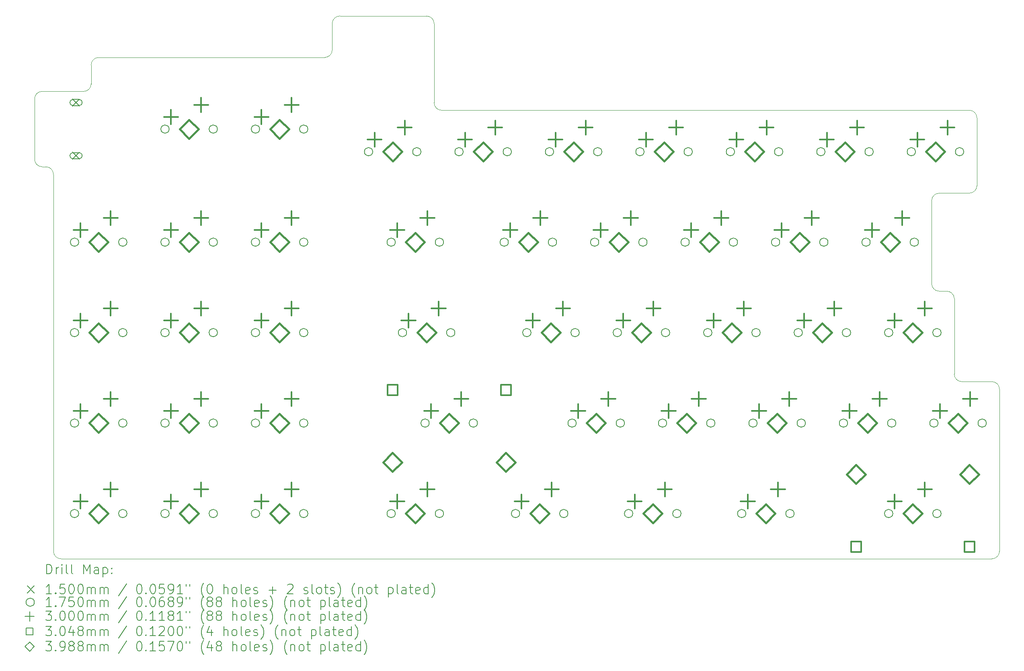
<source format=gbr>
%FSLAX45Y45*%
G04 Gerber Fmt 4.5, Leading zero omitted, Abs format (unit mm)*
G04 Created by KiCad (PCBNEW (6.0.5)) date 2022-07-14 01:39:36*
%MOMM*%
%LPD*%
G01*
G04 APERTURE LIST*
%TA.AperFunction,Profile*%
%ADD10C,0.100000*%
%TD*%
%ADD11C,0.200000*%
%ADD12C,0.150000*%
%ADD13C,0.175000*%
%ADD14C,0.300000*%
%ADD15C,0.304800*%
%ADD16C,0.398780*%
G04 APERTURE END LIST*
D10*
X2540000Y-5873750D02*
X3413125Y-5873750D01*
X3730625Y-5159375D02*
X6905625Y-5159375D01*
X2778125Y-7620000D02*
X2778125Y-7937500D01*
X10795000Y-4445000D02*
G75*
G03*
X10636250Y-4286250I-160310J-1560D01*
G01*
X2381250Y-6905625D02*
X2381250Y-6032500D01*
X22225000Y-6429375D02*
X22225000Y-7858125D01*
X8812249Y-4284699D02*
X10636250Y-4286250D01*
X8491500Y-5159381D02*
G75*
G03*
X8648700Y-4999075I-2530J159711D01*
G01*
X2381250Y-6905625D02*
X2381250Y-7302500D01*
X3571875Y-5715000D02*
X3571875Y-5318125D01*
X22542500Y-15716250D02*
G75*
G03*
X22701250Y-15557500I-10J158760D01*
G01*
X21748755Y-10239375D02*
G75*
G03*
X21590000Y-10080625I-158755J-5D01*
G01*
X22701245Y-12144375D02*
G75*
G03*
X22542500Y-11985625I-157035J1715D01*
G01*
X3730625Y-5159375D02*
G75*
G03*
X3571875Y-5318125I0J-158750D01*
G01*
X22066250Y-8016875D02*
X21431250Y-8016875D01*
X3413125Y-5873755D02*
G75*
G03*
X3571875Y-5715000I-5J158755D01*
G01*
X2778127Y-15557500D02*
G75*
G03*
X2941989Y-15716250I158433J-410D01*
G01*
X10953750Y-6270625D02*
X22066250Y-6270625D01*
X21272495Y-9921875D02*
G75*
G03*
X21431250Y-10080625I158755J5D01*
G01*
X21748750Y-10239375D02*
X21748750Y-11826875D01*
X10795000Y-6111875D02*
G75*
G03*
X10953750Y-6270625I157925J-825D01*
G01*
X21748745Y-11826875D02*
G75*
G03*
X21907500Y-11985625I158755J5D01*
G01*
X6905625Y-5159375D02*
X8491500Y-5159375D01*
X21431250Y-8016880D02*
G75*
G03*
X21272500Y-8175625I0J-158750D01*
G01*
X2381250Y-7302500D02*
G75*
G03*
X2540000Y-7461250I158750J0D01*
G01*
X10795000Y-4445000D02*
X10795000Y-6111875D01*
X21272500Y-8175625D02*
X21272500Y-9921875D01*
X8648700Y-4999075D02*
X8648700Y-4443450D01*
X22542500Y-15716250D02*
X2941989Y-15716250D01*
X2778125Y-15557500D02*
X2778125Y-7937500D01*
X2540000Y-7461250D02*
X2619375Y-7461250D01*
X8812249Y-4284699D02*
G75*
G03*
X8648700Y-4443450I-1719J-161851D01*
G01*
X21431250Y-10080625D02*
X21590000Y-10080625D01*
X22225005Y-6429375D02*
G75*
G03*
X22066250Y-6270625I-158755J-5D01*
G01*
X22066250Y-8016870D02*
G75*
G03*
X22225000Y-7858125I0J158750D01*
G01*
X21907500Y-11985625D02*
X22542500Y-11985625D01*
X2778120Y-7620000D02*
G75*
G03*
X2619375Y-7461250I-158750J0D01*
G01*
X2540000Y-5873750D02*
G75*
G03*
X2381250Y-6032500I-2090J-156660D01*
G01*
X22701250Y-12144375D02*
X22701250Y-15557500D01*
D11*
D12*
X3179375Y-6032500D02*
X3329375Y-6182500D01*
X3329375Y-6032500D02*
X3179375Y-6182500D01*
D11*
X3319375Y-6042500D02*
X3189375Y-6042500D01*
X3319375Y-6172500D02*
X3189375Y-6172500D01*
X3189375Y-6042500D02*
G75*
G03*
X3189375Y-6172500I0J-65000D01*
G01*
X3319375Y-6172500D02*
G75*
G03*
X3319375Y-6042500I0J65000D01*
G01*
D12*
X3179375Y-7152500D02*
X3329375Y-7302500D01*
X3329375Y-7152500D02*
X3179375Y-7302500D01*
D11*
X3319375Y-7162500D02*
X3189375Y-7162500D01*
X3319375Y-7292500D02*
X3189375Y-7292500D01*
X3189375Y-7162500D02*
G75*
G03*
X3189375Y-7292500I0J-65000D01*
G01*
X3319375Y-7292500D02*
G75*
G03*
X3319375Y-7162500I0J65000D01*
G01*
D13*
X3310125Y-9048750D02*
G75*
G03*
X3310125Y-9048750I-87500J0D01*
G01*
X3310125Y-10953750D02*
G75*
G03*
X3310125Y-10953750I-87500J0D01*
G01*
X3310125Y-12858750D02*
G75*
G03*
X3310125Y-12858750I-87500J0D01*
G01*
X3310125Y-14763750D02*
G75*
G03*
X3310125Y-14763750I-87500J0D01*
G01*
X4326125Y-9048750D02*
G75*
G03*
X4326125Y-9048750I-87500J0D01*
G01*
X4326125Y-10953750D02*
G75*
G03*
X4326125Y-10953750I-87500J0D01*
G01*
X4326125Y-12858750D02*
G75*
G03*
X4326125Y-12858750I-87500J0D01*
G01*
X4326125Y-14763750D02*
G75*
G03*
X4326125Y-14763750I-87500J0D01*
G01*
X5215125Y-6667500D02*
G75*
G03*
X5215125Y-6667500I-87500J0D01*
G01*
X5215125Y-9048750D02*
G75*
G03*
X5215125Y-9048750I-87500J0D01*
G01*
X5215125Y-10953750D02*
G75*
G03*
X5215125Y-10953750I-87500J0D01*
G01*
X5215125Y-12858750D02*
G75*
G03*
X5215125Y-12858750I-87500J0D01*
G01*
X5215125Y-14763750D02*
G75*
G03*
X5215125Y-14763750I-87500J0D01*
G01*
X6231125Y-6667500D02*
G75*
G03*
X6231125Y-6667500I-87500J0D01*
G01*
X6231125Y-9048750D02*
G75*
G03*
X6231125Y-9048750I-87500J0D01*
G01*
X6231125Y-10953750D02*
G75*
G03*
X6231125Y-10953750I-87500J0D01*
G01*
X6231125Y-12858750D02*
G75*
G03*
X6231125Y-12858750I-87500J0D01*
G01*
X6231125Y-14763750D02*
G75*
G03*
X6231125Y-14763750I-87500J0D01*
G01*
X7120125Y-6667500D02*
G75*
G03*
X7120125Y-6667500I-87500J0D01*
G01*
X7120125Y-9048750D02*
G75*
G03*
X7120125Y-9048750I-87500J0D01*
G01*
X7120125Y-10953750D02*
G75*
G03*
X7120125Y-10953750I-87500J0D01*
G01*
X7120125Y-12858750D02*
G75*
G03*
X7120125Y-12858750I-87500J0D01*
G01*
X7120125Y-14763750D02*
G75*
G03*
X7120125Y-14763750I-87500J0D01*
G01*
X8136125Y-6667500D02*
G75*
G03*
X8136125Y-6667500I-87500J0D01*
G01*
X8136125Y-9048750D02*
G75*
G03*
X8136125Y-9048750I-87500J0D01*
G01*
X8136125Y-10953750D02*
G75*
G03*
X8136125Y-10953750I-87500J0D01*
G01*
X8136125Y-12858750D02*
G75*
G03*
X8136125Y-12858750I-87500J0D01*
G01*
X8136125Y-14763750D02*
G75*
G03*
X8136125Y-14763750I-87500J0D01*
G01*
X9501375Y-7143750D02*
G75*
G03*
X9501375Y-7143750I-87500J0D01*
G01*
X9977625Y-9048750D02*
G75*
G03*
X9977625Y-9048750I-87500J0D01*
G01*
X9977625Y-14763750D02*
G75*
G03*
X9977625Y-14763750I-87500J0D01*
G01*
X10215750Y-10953750D02*
G75*
G03*
X10215750Y-10953750I-87500J0D01*
G01*
X10517375Y-7143750D02*
G75*
G03*
X10517375Y-7143750I-87500J0D01*
G01*
X10692000Y-12858750D02*
G75*
G03*
X10692000Y-12858750I-87500J0D01*
G01*
X10993625Y-9048750D02*
G75*
G03*
X10993625Y-9048750I-87500J0D01*
G01*
X10993625Y-14763750D02*
G75*
G03*
X10993625Y-14763750I-87500J0D01*
G01*
X11231750Y-10953750D02*
G75*
G03*
X11231750Y-10953750I-87500J0D01*
G01*
X11406375Y-7143750D02*
G75*
G03*
X11406375Y-7143750I-87500J0D01*
G01*
X11708000Y-12858750D02*
G75*
G03*
X11708000Y-12858750I-87500J0D01*
G01*
X12358875Y-9048750D02*
G75*
G03*
X12358875Y-9048750I-87500J0D01*
G01*
X12422375Y-7143750D02*
G75*
G03*
X12422375Y-7143750I-87500J0D01*
G01*
X12597000Y-14763750D02*
G75*
G03*
X12597000Y-14763750I-87500J0D01*
G01*
X12835125Y-10953750D02*
G75*
G03*
X12835125Y-10953750I-87500J0D01*
G01*
X13311375Y-7143750D02*
G75*
G03*
X13311375Y-7143750I-87500J0D01*
G01*
X13374875Y-9048750D02*
G75*
G03*
X13374875Y-9048750I-87500J0D01*
G01*
X13613000Y-14763750D02*
G75*
G03*
X13613000Y-14763750I-87500J0D01*
G01*
X13787625Y-12858750D02*
G75*
G03*
X13787625Y-12858750I-87500J0D01*
G01*
X13851125Y-10953750D02*
G75*
G03*
X13851125Y-10953750I-87500J0D01*
G01*
X14263875Y-9048750D02*
G75*
G03*
X14263875Y-9048750I-87500J0D01*
G01*
X14327375Y-7143750D02*
G75*
G03*
X14327375Y-7143750I-87500J0D01*
G01*
X14740125Y-10953750D02*
G75*
G03*
X14740125Y-10953750I-87500J0D01*
G01*
X14803625Y-12858750D02*
G75*
G03*
X14803625Y-12858750I-87500J0D01*
G01*
X14978250Y-14763750D02*
G75*
G03*
X14978250Y-14763750I-87500J0D01*
G01*
X15216375Y-7143750D02*
G75*
G03*
X15216375Y-7143750I-87500J0D01*
G01*
X15279875Y-9048750D02*
G75*
G03*
X15279875Y-9048750I-87500J0D01*
G01*
X15692625Y-12858750D02*
G75*
G03*
X15692625Y-12858750I-87500J0D01*
G01*
X15756125Y-10953750D02*
G75*
G03*
X15756125Y-10953750I-87500J0D01*
G01*
X15994250Y-14763750D02*
G75*
G03*
X15994250Y-14763750I-87500J0D01*
G01*
X16168875Y-9048750D02*
G75*
G03*
X16168875Y-9048750I-87500J0D01*
G01*
X16232375Y-7143750D02*
G75*
G03*
X16232375Y-7143750I-87500J0D01*
G01*
X16645125Y-10953750D02*
G75*
G03*
X16645125Y-10953750I-87500J0D01*
G01*
X16708625Y-12858750D02*
G75*
G03*
X16708625Y-12858750I-87500J0D01*
G01*
X17121375Y-7143750D02*
G75*
G03*
X17121375Y-7143750I-87500J0D01*
G01*
X17184875Y-9048750D02*
G75*
G03*
X17184875Y-9048750I-87500J0D01*
G01*
X17359500Y-14763750D02*
G75*
G03*
X17359500Y-14763750I-87500J0D01*
G01*
X17597625Y-12858750D02*
G75*
G03*
X17597625Y-12858750I-87500J0D01*
G01*
X17661125Y-10953750D02*
G75*
G03*
X17661125Y-10953750I-87500J0D01*
G01*
X18073875Y-9048750D02*
G75*
G03*
X18073875Y-9048750I-87500J0D01*
G01*
X18137375Y-7143750D02*
G75*
G03*
X18137375Y-7143750I-87500J0D01*
G01*
X18375500Y-14763750D02*
G75*
G03*
X18375500Y-14763750I-87500J0D01*
G01*
X18550125Y-10953750D02*
G75*
G03*
X18550125Y-10953750I-87500J0D01*
G01*
X18613625Y-12858750D02*
G75*
G03*
X18613625Y-12858750I-87500J0D01*
G01*
X19026375Y-7143750D02*
G75*
G03*
X19026375Y-7143750I-87500J0D01*
G01*
X19089875Y-9048750D02*
G75*
G03*
X19089875Y-9048750I-87500J0D01*
G01*
X19502625Y-12858750D02*
G75*
G03*
X19502625Y-12858750I-87500J0D01*
G01*
X19566125Y-10953750D02*
G75*
G03*
X19566125Y-10953750I-87500J0D01*
G01*
X19978875Y-9048750D02*
G75*
G03*
X19978875Y-9048750I-87500J0D01*
G01*
X20042375Y-7143750D02*
G75*
G03*
X20042375Y-7143750I-87500J0D01*
G01*
X20455125Y-10953750D02*
G75*
G03*
X20455125Y-10953750I-87500J0D01*
G01*
X20455125Y-14763750D02*
G75*
G03*
X20455125Y-14763750I-87500J0D01*
G01*
X20518625Y-12858750D02*
G75*
G03*
X20518625Y-12858750I-87500J0D01*
G01*
X20931375Y-7143750D02*
G75*
G03*
X20931375Y-7143750I-87500J0D01*
G01*
X20994875Y-9048750D02*
G75*
G03*
X20994875Y-9048750I-87500J0D01*
G01*
X21407625Y-12858750D02*
G75*
G03*
X21407625Y-12858750I-87500J0D01*
G01*
X21471125Y-10953750D02*
G75*
G03*
X21471125Y-10953750I-87500J0D01*
G01*
X21471125Y-14763750D02*
G75*
G03*
X21471125Y-14763750I-87500J0D01*
G01*
X21947375Y-7143750D02*
G75*
G03*
X21947375Y-7143750I-87500J0D01*
G01*
X22423625Y-12858750D02*
G75*
G03*
X22423625Y-12858750I-87500J0D01*
G01*
D14*
X3349625Y-8644750D02*
X3349625Y-8944750D01*
X3199625Y-8794750D02*
X3499625Y-8794750D01*
X3349625Y-10549750D02*
X3349625Y-10849750D01*
X3199625Y-10699750D02*
X3499625Y-10699750D01*
X3349625Y-12454750D02*
X3349625Y-12754750D01*
X3199625Y-12604750D02*
X3499625Y-12604750D01*
X3349625Y-14359750D02*
X3349625Y-14659750D01*
X3199625Y-14509750D02*
X3499625Y-14509750D01*
X3984625Y-8390750D02*
X3984625Y-8690750D01*
X3834625Y-8540750D02*
X4134625Y-8540750D01*
X3984625Y-10295750D02*
X3984625Y-10595750D01*
X3834625Y-10445750D02*
X4134625Y-10445750D01*
X3984625Y-12200750D02*
X3984625Y-12500750D01*
X3834625Y-12350750D02*
X4134625Y-12350750D01*
X3984625Y-14105750D02*
X3984625Y-14405750D01*
X3834625Y-14255750D02*
X4134625Y-14255750D01*
X5254625Y-6263500D02*
X5254625Y-6563500D01*
X5104625Y-6413500D02*
X5404625Y-6413500D01*
X5254625Y-8644750D02*
X5254625Y-8944750D01*
X5104625Y-8794750D02*
X5404625Y-8794750D01*
X5254625Y-10549750D02*
X5254625Y-10849750D01*
X5104625Y-10699750D02*
X5404625Y-10699750D01*
X5254625Y-12454750D02*
X5254625Y-12754750D01*
X5104625Y-12604750D02*
X5404625Y-12604750D01*
X5254625Y-14359750D02*
X5254625Y-14659750D01*
X5104625Y-14509750D02*
X5404625Y-14509750D01*
X5889625Y-6009500D02*
X5889625Y-6309500D01*
X5739625Y-6159500D02*
X6039625Y-6159500D01*
X5889625Y-8390750D02*
X5889625Y-8690750D01*
X5739625Y-8540750D02*
X6039625Y-8540750D01*
X5889625Y-10295750D02*
X5889625Y-10595750D01*
X5739625Y-10445750D02*
X6039625Y-10445750D01*
X5889625Y-12200750D02*
X5889625Y-12500750D01*
X5739625Y-12350750D02*
X6039625Y-12350750D01*
X5889625Y-14105750D02*
X5889625Y-14405750D01*
X5739625Y-14255750D02*
X6039625Y-14255750D01*
X7159625Y-6263500D02*
X7159625Y-6563500D01*
X7009625Y-6413500D02*
X7309625Y-6413500D01*
X7159625Y-8644750D02*
X7159625Y-8944750D01*
X7009625Y-8794750D02*
X7309625Y-8794750D01*
X7159625Y-10549750D02*
X7159625Y-10849750D01*
X7009625Y-10699750D02*
X7309625Y-10699750D01*
X7159625Y-12454750D02*
X7159625Y-12754750D01*
X7009625Y-12604750D02*
X7309625Y-12604750D01*
X7159625Y-14359750D02*
X7159625Y-14659750D01*
X7009625Y-14509750D02*
X7309625Y-14509750D01*
X7794625Y-6009500D02*
X7794625Y-6309500D01*
X7644625Y-6159500D02*
X7944625Y-6159500D01*
X7794625Y-8390750D02*
X7794625Y-8690750D01*
X7644625Y-8540750D02*
X7944625Y-8540750D01*
X7794625Y-10295750D02*
X7794625Y-10595750D01*
X7644625Y-10445750D02*
X7944625Y-10445750D01*
X7794625Y-12200750D02*
X7794625Y-12500750D01*
X7644625Y-12350750D02*
X7944625Y-12350750D01*
X7794625Y-14105750D02*
X7794625Y-14405750D01*
X7644625Y-14255750D02*
X7944625Y-14255750D01*
X9540875Y-6739750D02*
X9540875Y-7039750D01*
X9390875Y-6889750D02*
X9690875Y-6889750D01*
X10017125Y-8644750D02*
X10017125Y-8944750D01*
X9867125Y-8794750D02*
X10167125Y-8794750D01*
X10017125Y-14359750D02*
X10017125Y-14659750D01*
X9867125Y-14509750D02*
X10167125Y-14509750D01*
X10175875Y-6485750D02*
X10175875Y-6785750D01*
X10025875Y-6635750D02*
X10325875Y-6635750D01*
X10255250Y-10549750D02*
X10255250Y-10849750D01*
X10105250Y-10699750D02*
X10405250Y-10699750D01*
X10652125Y-8390750D02*
X10652125Y-8690750D01*
X10502125Y-8540750D02*
X10802125Y-8540750D01*
X10652125Y-14105750D02*
X10652125Y-14405750D01*
X10502125Y-14255750D02*
X10802125Y-14255750D01*
X10731500Y-12454750D02*
X10731500Y-12754750D01*
X10581500Y-12604750D02*
X10881500Y-12604750D01*
X10890250Y-10295750D02*
X10890250Y-10595750D01*
X10740250Y-10445750D02*
X11040250Y-10445750D01*
X11366500Y-12200750D02*
X11366500Y-12500750D01*
X11216500Y-12350750D02*
X11516500Y-12350750D01*
X11445875Y-6739750D02*
X11445875Y-7039750D01*
X11295875Y-6889750D02*
X11595875Y-6889750D01*
X12080875Y-6485750D02*
X12080875Y-6785750D01*
X11930875Y-6635750D02*
X12230875Y-6635750D01*
X12398375Y-8644750D02*
X12398375Y-8944750D01*
X12248375Y-8794750D02*
X12548375Y-8794750D01*
X12636500Y-14359750D02*
X12636500Y-14659750D01*
X12486500Y-14509750D02*
X12786500Y-14509750D01*
X12874625Y-10549750D02*
X12874625Y-10849750D01*
X12724625Y-10699750D02*
X13024625Y-10699750D01*
X13033375Y-8390750D02*
X13033375Y-8690750D01*
X12883375Y-8540750D02*
X13183375Y-8540750D01*
X13271500Y-14105750D02*
X13271500Y-14405750D01*
X13121500Y-14255750D02*
X13421500Y-14255750D01*
X13350875Y-6739750D02*
X13350875Y-7039750D01*
X13200875Y-6889750D02*
X13500875Y-6889750D01*
X13509625Y-10295750D02*
X13509625Y-10595750D01*
X13359625Y-10445750D02*
X13659625Y-10445750D01*
X13827125Y-12454750D02*
X13827125Y-12754750D01*
X13677125Y-12604750D02*
X13977125Y-12604750D01*
X13985875Y-6485750D02*
X13985875Y-6785750D01*
X13835875Y-6635750D02*
X14135875Y-6635750D01*
X14303375Y-8644750D02*
X14303375Y-8944750D01*
X14153375Y-8794750D02*
X14453375Y-8794750D01*
X14462125Y-12200750D02*
X14462125Y-12500750D01*
X14312125Y-12350750D02*
X14612125Y-12350750D01*
X14779625Y-10549750D02*
X14779625Y-10849750D01*
X14629625Y-10699750D02*
X14929625Y-10699750D01*
X14938375Y-8390750D02*
X14938375Y-8690750D01*
X14788375Y-8540750D02*
X15088375Y-8540750D01*
X15017750Y-14359750D02*
X15017750Y-14659750D01*
X14867750Y-14509750D02*
X15167750Y-14509750D01*
X15255875Y-6739750D02*
X15255875Y-7039750D01*
X15105875Y-6889750D02*
X15405875Y-6889750D01*
X15414625Y-10295750D02*
X15414625Y-10595750D01*
X15264625Y-10445750D02*
X15564625Y-10445750D01*
X15652750Y-14105750D02*
X15652750Y-14405750D01*
X15502750Y-14255750D02*
X15802750Y-14255750D01*
X15732125Y-12454750D02*
X15732125Y-12754750D01*
X15582125Y-12604750D02*
X15882125Y-12604750D01*
X15890875Y-6485750D02*
X15890875Y-6785750D01*
X15740875Y-6635750D02*
X16040875Y-6635750D01*
X16208375Y-8644750D02*
X16208375Y-8944750D01*
X16058375Y-8794750D02*
X16358375Y-8794750D01*
X16367125Y-12200750D02*
X16367125Y-12500750D01*
X16217125Y-12350750D02*
X16517125Y-12350750D01*
X16684625Y-10549750D02*
X16684625Y-10849750D01*
X16534625Y-10699750D02*
X16834625Y-10699750D01*
X16843375Y-8390750D02*
X16843375Y-8690750D01*
X16693375Y-8540750D02*
X16993375Y-8540750D01*
X17160875Y-6739750D02*
X17160875Y-7039750D01*
X17010875Y-6889750D02*
X17310875Y-6889750D01*
X17319625Y-10295750D02*
X17319625Y-10595750D01*
X17169625Y-10445750D02*
X17469625Y-10445750D01*
X17399000Y-14359750D02*
X17399000Y-14659750D01*
X17249000Y-14509750D02*
X17549000Y-14509750D01*
X17637125Y-12454750D02*
X17637125Y-12754750D01*
X17487125Y-12604750D02*
X17787125Y-12604750D01*
X17795875Y-6485750D02*
X17795875Y-6785750D01*
X17645875Y-6635750D02*
X17945875Y-6635750D01*
X18034000Y-14105750D02*
X18034000Y-14405750D01*
X17884000Y-14255750D02*
X18184000Y-14255750D01*
X18113375Y-8644750D02*
X18113375Y-8944750D01*
X17963375Y-8794750D02*
X18263375Y-8794750D01*
X18272125Y-12200750D02*
X18272125Y-12500750D01*
X18122125Y-12350750D02*
X18422125Y-12350750D01*
X18589625Y-10549750D02*
X18589625Y-10849750D01*
X18439625Y-10699750D02*
X18739625Y-10699750D01*
X18748375Y-8390750D02*
X18748375Y-8690750D01*
X18598375Y-8540750D02*
X18898375Y-8540750D01*
X19065875Y-6739750D02*
X19065875Y-7039750D01*
X18915875Y-6889750D02*
X19215875Y-6889750D01*
X19224625Y-10295750D02*
X19224625Y-10595750D01*
X19074625Y-10445750D02*
X19374625Y-10445750D01*
X19542125Y-12454750D02*
X19542125Y-12754750D01*
X19392125Y-12604750D02*
X19692125Y-12604750D01*
X19700875Y-6485750D02*
X19700875Y-6785750D01*
X19550875Y-6635750D02*
X19850875Y-6635750D01*
X20018375Y-8644750D02*
X20018375Y-8944750D01*
X19868375Y-8794750D02*
X20168375Y-8794750D01*
X20177125Y-12200750D02*
X20177125Y-12500750D01*
X20027125Y-12350750D02*
X20327125Y-12350750D01*
X20494625Y-10549750D02*
X20494625Y-10849750D01*
X20344625Y-10699750D02*
X20644625Y-10699750D01*
X20494625Y-14359750D02*
X20494625Y-14659750D01*
X20344625Y-14509750D02*
X20644625Y-14509750D01*
X20653375Y-8390750D02*
X20653375Y-8690750D01*
X20503375Y-8540750D02*
X20803375Y-8540750D01*
X20970875Y-6739750D02*
X20970875Y-7039750D01*
X20820875Y-6889750D02*
X21120875Y-6889750D01*
X21129625Y-10295750D02*
X21129625Y-10595750D01*
X20979625Y-10445750D02*
X21279625Y-10445750D01*
X21129625Y-14105750D02*
X21129625Y-14405750D01*
X20979625Y-14255750D02*
X21279625Y-14255750D01*
X21447125Y-12454750D02*
X21447125Y-12754750D01*
X21297125Y-12604750D02*
X21597125Y-12604750D01*
X21605875Y-6485750D02*
X21605875Y-6785750D01*
X21455875Y-6635750D02*
X21755875Y-6635750D01*
X22082125Y-12200750D02*
X22082125Y-12500750D01*
X21932125Y-12350750D02*
X22232125Y-12350750D01*
D15*
X10026464Y-12268014D02*
X10026464Y-12052486D01*
X9810936Y-12052486D01*
X9810936Y-12268014D01*
X10026464Y-12268014D01*
X12414064Y-12268014D02*
X12414064Y-12052486D01*
X12198536Y-12052486D01*
X12198536Y-12268014D01*
X12414064Y-12268014D01*
X19789589Y-15570014D02*
X19789589Y-15354486D01*
X19574061Y-15354486D01*
X19574061Y-15570014D01*
X19789589Y-15570014D01*
X22177189Y-15570014D02*
X22177189Y-15354486D01*
X21961661Y-15354486D01*
X21961661Y-15570014D01*
X22177189Y-15570014D01*
D16*
X3730625Y-9248140D02*
X3930015Y-9048750D01*
X3730625Y-8849360D01*
X3531235Y-9048750D01*
X3730625Y-9248140D01*
X3730625Y-11153140D02*
X3930015Y-10953750D01*
X3730625Y-10754360D01*
X3531235Y-10953750D01*
X3730625Y-11153140D01*
X3730625Y-13058140D02*
X3930015Y-12858750D01*
X3730625Y-12659360D01*
X3531235Y-12858750D01*
X3730625Y-13058140D01*
X3730625Y-14963140D02*
X3930015Y-14763750D01*
X3730625Y-14564360D01*
X3531235Y-14763750D01*
X3730625Y-14963140D01*
X5635625Y-6866890D02*
X5835015Y-6667500D01*
X5635625Y-6468110D01*
X5436235Y-6667500D01*
X5635625Y-6866890D01*
X5635625Y-9248140D02*
X5835015Y-9048750D01*
X5635625Y-8849360D01*
X5436235Y-9048750D01*
X5635625Y-9248140D01*
X5635625Y-11153140D02*
X5835015Y-10953750D01*
X5635625Y-10754360D01*
X5436235Y-10953750D01*
X5635625Y-11153140D01*
X5635625Y-13058140D02*
X5835015Y-12858750D01*
X5635625Y-12659360D01*
X5436235Y-12858750D01*
X5635625Y-13058140D01*
X5635625Y-14963140D02*
X5835015Y-14763750D01*
X5635625Y-14564360D01*
X5436235Y-14763750D01*
X5635625Y-14963140D01*
X7540625Y-6866890D02*
X7740015Y-6667500D01*
X7540625Y-6468110D01*
X7341235Y-6667500D01*
X7540625Y-6866890D01*
X7540625Y-9248140D02*
X7740015Y-9048750D01*
X7540625Y-8849360D01*
X7341235Y-9048750D01*
X7540625Y-9248140D01*
X7540625Y-11153140D02*
X7740015Y-10953750D01*
X7540625Y-10754360D01*
X7341235Y-10953750D01*
X7540625Y-11153140D01*
X7540625Y-13058140D02*
X7740015Y-12858750D01*
X7540625Y-12659360D01*
X7341235Y-12858750D01*
X7540625Y-13058140D01*
X7540625Y-14963140D02*
X7740015Y-14763750D01*
X7540625Y-14564360D01*
X7341235Y-14763750D01*
X7540625Y-14963140D01*
X9918700Y-13883640D02*
X10118090Y-13684250D01*
X9918700Y-13484860D01*
X9719310Y-13684250D01*
X9918700Y-13883640D01*
X9921875Y-7343140D02*
X10121265Y-7143750D01*
X9921875Y-6944360D01*
X9722485Y-7143750D01*
X9921875Y-7343140D01*
X10398125Y-9248140D02*
X10597515Y-9048750D01*
X10398125Y-8849360D01*
X10198735Y-9048750D01*
X10398125Y-9248140D01*
X10398125Y-14963140D02*
X10597515Y-14763750D01*
X10398125Y-14564360D01*
X10198735Y-14763750D01*
X10398125Y-14963140D01*
X10636250Y-11153140D02*
X10835640Y-10953750D01*
X10636250Y-10754360D01*
X10436860Y-10953750D01*
X10636250Y-11153140D01*
X11112500Y-13058140D02*
X11311890Y-12858750D01*
X11112500Y-12659360D01*
X10913110Y-12858750D01*
X11112500Y-13058140D01*
X11826875Y-7343140D02*
X12026265Y-7143750D01*
X11826875Y-6944360D01*
X11627485Y-7143750D01*
X11826875Y-7343140D01*
X12306300Y-13883640D02*
X12505690Y-13684250D01*
X12306300Y-13484860D01*
X12106910Y-13684250D01*
X12306300Y-13883640D01*
X12779375Y-9248140D02*
X12978765Y-9048750D01*
X12779375Y-8849360D01*
X12579985Y-9048750D01*
X12779375Y-9248140D01*
X13017500Y-14963140D02*
X13216890Y-14763750D01*
X13017500Y-14564360D01*
X12818110Y-14763750D01*
X13017500Y-14963140D01*
X13255625Y-11153140D02*
X13455015Y-10953750D01*
X13255625Y-10754360D01*
X13056235Y-10953750D01*
X13255625Y-11153140D01*
X13731875Y-7343140D02*
X13931265Y-7143750D01*
X13731875Y-6944360D01*
X13532485Y-7143750D01*
X13731875Y-7343140D01*
X14208125Y-13058140D02*
X14407515Y-12858750D01*
X14208125Y-12659360D01*
X14008735Y-12858750D01*
X14208125Y-13058140D01*
X14684375Y-9248140D02*
X14883765Y-9048750D01*
X14684375Y-8849360D01*
X14484985Y-9048750D01*
X14684375Y-9248140D01*
X15160625Y-11153140D02*
X15360015Y-10953750D01*
X15160625Y-10754360D01*
X14961235Y-10953750D01*
X15160625Y-11153140D01*
X15398750Y-14963140D02*
X15598140Y-14763750D01*
X15398750Y-14564360D01*
X15199360Y-14763750D01*
X15398750Y-14963140D01*
X15636875Y-7343140D02*
X15836265Y-7143750D01*
X15636875Y-6944360D01*
X15437485Y-7143750D01*
X15636875Y-7343140D01*
X16113125Y-13058140D02*
X16312515Y-12858750D01*
X16113125Y-12659360D01*
X15913735Y-12858750D01*
X16113125Y-13058140D01*
X16589375Y-9248140D02*
X16788765Y-9048750D01*
X16589375Y-8849360D01*
X16389985Y-9048750D01*
X16589375Y-9248140D01*
X17065625Y-11153140D02*
X17265015Y-10953750D01*
X17065625Y-10754360D01*
X16866235Y-10953750D01*
X17065625Y-11153140D01*
X17541875Y-7343140D02*
X17741265Y-7143750D01*
X17541875Y-6944360D01*
X17342485Y-7143750D01*
X17541875Y-7343140D01*
X17780000Y-14963140D02*
X17979390Y-14763750D01*
X17780000Y-14564360D01*
X17580610Y-14763750D01*
X17780000Y-14963140D01*
X18018125Y-13058140D02*
X18217515Y-12858750D01*
X18018125Y-12659360D01*
X17818735Y-12858750D01*
X18018125Y-13058140D01*
X18494375Y-9248140D02*
X18693765Y-9048750D01*
X18494375Y-8849360D01*
X18294985Y-9048750D01*
X18494375Y-9248140D01*
X18970625Y-11153140D02*
X19170015Y-10953750D01*
X18970625Y-10754360D01*
X18771235Y-10953750D01*
X18970625Y-11153140D01*
X19446875Y-7343140D02*
X19646265Y-7143750D01*
X19446875Y-6944360D01*
X19247485Y-7143750D01*
X19446875Y-7343140D01*
X19681825Y-14137640D02*
X19881215Y-13938250D01*
X19681825Y-13738860D01*
X19482435Y-13938250D01*
X19681825Y-14137640D01*
X19923125Y-13058140D02*
X20122515Y-12858750D01*
X19923125Y-12659360D01*
X19723735Y-12858750D01*
X19923125Y-13058140D01*
X20399375Y-9248140D02*
X20598765Y-9048750D01*
X20399375Y-8849360D01*
X20199985Y-9048750D01*
X20399375Y-9248140D01*
X20875625Y-11153140D02*
X21075015Y-10953750D01*
X20875625Y-10754360D01*
X20676235Y-10953750D01*
X20875625Y-11153140D01*
X20875625Y-14963140D02*
X21075015Y-14763750D01*
X20875625Y-14564360D01*
X20676235Y-14763750D01*
X20875625Y-14963140D01*
X21351875Y-7343140D02*
X21551265Y-7143750D01*
X21351875Y-6944360D01*
X21152485Y-7143750D01*
X21351875Y-7343140D01*
X21828125Y-13058140D02*
X22027515Y-12858750D01*
X21828125Y-12659360D01*
X21628735Y-12858750D01*
X21828125Y-13058140D01*
X22069425Y-14137640D02*
X22268815Y-13938250D01*
X22069425Y-13738860D01*
X21870035Y-13938250D01*
X22069425Y-14137640D01*
D11*
X2633855Y-16031819D02*
X2633855Y-15831819D01*
X2681474Y-15831819D01*
X2710046Y-15841343D01*
X2729093Y-15860391D01*
X2738617Y-15879438D01*
X2748141Y-15917533D01*
X2748141Y-15946105D01*
X2738617Y-15984200D01*
X2729093Y-16003248D01*
X2710046Y-16022295D01*
X2681474Y-16031819D01*
X2633855Y-16031819D01*
X2833855Y-16031819D02*
X2833855Y-15898486D01*
X2833855Y-15936581D02*
X2843379Y-15917533D01*
X2852903Y-15908010D01*
X2871950Y-15898486D01*
X2890998Y-15898486D01*
X2957665Y-16031819D02*
X2957665Y-15898486D01*
X2957665Y-15831819D02*
X2948141Y-15841343D01*
X2957665Y-15850867D01*
X2967188Y-15841343D01*
X2957665Y-15831819D01*
X2957665Y-15850867D01*
X3081474Y-16031819D02*
X3062426Y-16022295D01*
X3052903Y-16003248D01*
X3052903Y-15831819D01*
X3186236Y-16031819D02*
X3167188Y-16022295D01*
X3157665Y-16003248D01*
X3157665Y-15831819D01*
X3414807Y-16031819D02*
X3414807Y-15831819D01*
X3481474Y-15974676D01*
X3548141Y-15831819D01*
X3548141Y-16031819D01*
X3729093Y-16031819D02*
X3729093Y-15927057D01*
X3719569Y-15908010D01*
X3700522Y-15898486D01*
X3662426Y-15898486D01*
X3643379Y-15908010D01*
X3729093Y-16022295D02*
X3710046Y-16031819D01*
X3662426Y-16031819D01*
X3643379Y-16022295D01*
X3633855Y-16003248D01*
X3633855Y-15984200D01*
X3643379Y-15965153D01*
X3662426Y-15955629D01*
X3710046Y-15955629D01*
X3729093Y-15946105D01*
X3824331Y-15898486D02*
X3824331Y-16098486D01*
X3824331Y-15908010D02*
X3843379Y-15898486D01*
X3881474Y-15898486D01*
X3900522Y-15908010D01*
X3910046Y-15917533D01*
X3919569Y-15936581D01*
X3919569Y-15993724D01*
X3910046Y-16012772D01*
X3900522Y-16022295D01*
X3881474Y-16031819D01*
X3843379Y-16031819D01*
X3824331Y-16022295D01*
X4005284Y-16012772D02*
X4014807Y-16022295D01*
X4005284Y-16031819D01*
X3995760Y-16022295D01*
X4005284Y-16012772D01*
X4005284Y-16031819D01*
X4005284Y-15908010D02*
X4014807Y-15917533D01*
X4005284Y-15927057D01*
X3995760Y-15917533D01*
X4005284Y-15908010D01*
X4005284Y-15927057D01*
D12*
X2226236Y-16286343D02*
X2376236Y-16436343D01*
X2376236Y-16286343D02*
X2226236Y-16436343D01*
D11*
X2738617Y-16451819D02*
X2624331Y-16451819D01*
X2681474Y-16451819D02*
X2681474Y-16251819D01*
X2662427Y-16280391D01*
X2643379Y-16299438D01*
X2624331Y-16308962D01*
X2824331Y-16432772D02*
X2833855Y-16442295D01*
X2824331Y-16451819D01*
X2814807Y-16442295D01*
X2824331Y-16432772D01*
X2824331Y-16451819D01*
X3014807Y-16251819D02*
X2919569Y-16251819D01*
X2910046Y-16347057D01*
X2919569Y-16337533D01*
X2938617Y-16328010D01*
X2986236Y-16328010D01*
X3005284Y-16337533D01*
X3014807Y-16347057D01*
X3024331Y-16366105D01*
X3024331Y-16413724D01*
X3014807Y-16432772D01*
X3005284Y-16442295D01*
X2986236Y-16451819D01*
X2938617Y-16451819D01*
X2919569Y-16442295D01*
X2910046Y-16432772D01*
X3148141Y-16251819D02*
X3167188Y-16251819D01*
X3186236Y-16261343D01*
X3195760Y-16270867D01*
X3205284Y-16289914D01*
X3214807Y-16328010D01*
X3214807Y-16375629D01*
X3205284Y-16413724D01*
X3195760Y-16432772D01*
X3186236Y-16442295D01*
X3167188Y-16451819D01*
X3148141Y-16451819D01*
X3129093Y-16442295D01*
X3119569Y-16432772D01*
X3110046Y-16413724D01*
X3100522Y-16375629D01*
X3100522Y-16328010D01*
X3110046Y-16289914D01*
X3119569Y-16270867D01*
X3129093Y-16261343D01*
X3148141Y-16251819D01*
X3338617Y-16251819D02*
X3357665Y-16251819D01*
X3376712Y-16261343D01*
X3386236Y-16270867D01*
X3395760Y-16289914D01*
X3405284Y-16328010D01*
X3405284Y-16375629D01*
X3395760Y-16413724D01*
X3386236Y-16432772D01*
X3376712Y-16442295D01*
X3357665Y-16451819D01*
X3338617Y-16451819D01*
X3319569Y-16442295D01*
X3310046Y-16432772D01*
X3300522Y-16413724D01*
X3290998Y-16375629D01*
X3290998Y-16328010D01*
X3300522Y-16289914D01*
X3310046Y-16270867D01*
X3319569Y-16261343D01*
X3338617Y-16251819D01*
X3490998Y-16451819D02*
X3490998Y-16318486D01*
X3490998Y-16337533D02*
X3500522Y-16328010D01*
X3519569Y-16318486D01*
X3548141Y-16318486D01*
X3567188Y-16328010D01*
X3576712Y-16347057D01*
X3576712Y-16451819D01*
X3576712Y-16347057D02*
X3586236Y-16328010D01*
X3605284Y-16318486D01*
X3633855Y-16318486D01*
X3652903Y-16328010D01*
X3662426Y-16347057D01*
X3662426Y-16451819D01*
X3757665Y-16451819D02*
X3757665Y-16318486D01*
X3757665Y-16337533D02*
X3767188Y-16328010D01*
X3786236Y-16318486D01*
X3814807Y-16318486D01*
X3833855Y-16328010D01*
X3843379Y-16347057D01*
X3843379Y-16451819D01*
X3843379Y-16347057D02*
X3852903Y-16328010D01*
X3871950Y-16318486D01*
X3900522Y-16318486D01*
X3919569Y-16328010D01*
X3929093Y-16347057D01*
X3929093Y-16451819D01*
X4319569Y-16242295D02*
X4148141Y-16499438D01*
X4576712Y-16251819D02*
X4595760Y-16251819D01*
X4614808Y-16261343D01*
X4624331Y-16270867D01*
X4633855Y-16289914D01*
X4643379Y-16328010D01*
X4643379Y-16375629D01*
X4633855Y-16413724D01*
X4624331Y-16432772D01*
X4614808Y-16442295D01*
X4595760Y-16451819D01*
X4576712Y-16451819D01*
X4557665Y-16442295D01*
X4548141Y-16432772D01*
X4538617Y-16413724D01*
X4529093Y-16375629D01*
X4529093Y-16328010D01*
X4538617Y-16289914D01*
X4548141Y-16270867D01*
X4557665Y-16261343D01*
X4576712Y-16251819D01*
X4729093Y-16432772D02*
X4738617Y-16442295D01*
X4729093Y-16451819D01*
X4719569Y-16442295D01*
X4729093Y-16432772D01*
X4729093Y-16451819D01*
X4862427Y-16251819D02*
X4881474Y-16251819D01*
X4900522Y-16261343D01*
X4910046Y-16270867D01*
X4919569Y-16289914D01*
X4929093Y-16328010D01*
X4929093Y-16375629D01*
X4919569Y-16413724D01*
X4910046Y-16432772D01*
X4900522Y-16442295D01*
X4881474Y-16451819D01*
X4862427Y-16451819D01*
X4843379Y-16442295D01*
X4833855Y-16432772D01*
X4824331Y-16413724D01*
X4814808Y-16375629D01*
X4814808Y-16328010D01*
X4824331Y-16289914D01*
X4833855Y-16270867D01*
X4843379Y-16261343D01*
X4862427Y-16251819D01*
X5110046Y-16251819D02*
X5014808Y-16251819D01*
X5005284Y-16347057D01*
X5014808Y-16337533D01*
X5033855Y-16328010D01*
X5081474Y-16328010D01*
X5100522Y-16337533D01*
X5110046Y-16347057D01*
X5119569Y-16366105D01*
X5119569Y-16413724D01*
X5110046Y-16432772D01*
X5100522Y-16442295D01*
X5081474Y-16451819D01*
X5033855Y-16451819D01*
X5014808Y-16442295D01*
X5005284Y-16432772D01*
X5214808Y-16451819D02*
X5252903Y-16451819D01*
X5271950Y-16442295D01*
X5281474Y-16432772D01*
X5300522Y-16404200D01*
X5310046Y-16366105D01*
X5310046Y-16289914D01*
X5300522Y-16270867D01*
X5290998Y-16261343D01*
X5271950Y-16251819D01*
X5233855Y-16251819D01*
X5214808Y-16261343D01*
X5205284Y-16270867D01*
X5195760Y-16289914D01*
X5195760Y-16337533D01*
X5205284Y-16356581D01*
X5214808Y-16366105D01*
X5233855Y-16375629D01*
X5271950Y-16375629D01*
X5290998Y-16366105D01*
X5300522Y-16356581D01*
X5310046Y-16337533D01*
X5500522Y-16451819D02*
X5386236Y-16451819D01*
X5443379Y-16451819D02*
X5443379Y-16251819D01*
X5424331Y-16280391D01*
X5405284Y-16299438D01*
X5386236Y-16308962D01*
X5576712Y-16251819D02*
X5576712Y-16289914D01*
X5652903Y-16251819D02*
X5652903Y-16289914D01*
X5948141Y-16528010D02*
X5938617Y-16518486D01*
X5919569Y-16489914D01*
X5910046Y-16470867D01*
X5900522Y-16442295D01*
X5890998Y-16394676D01*
X5890998Y-16356581D01*
X5900522Y-16308962D01*
X5910046Y-16280391D01*
X5919569Y-16261343D01*
X5938617Y-16232772D01*
X5948141Y-16223248D01*
X6062426Y-16251819D02*
X6081474Y-16251819D01*
X6100522Y-16261343D01*
X6110046Y-16270867D01*
X6119569Y-16289914D01*
X6129093Y-16328010D01*
X6129093Y-16375629D01*
X6119569Y-16413724D01*
X6110046Y-16432772D01*
X6100522Y-16442295D01*
X6081474Y-16451819D01*
X6062426Y-16451819D01*
X6043379Y-16442295D01*
X6033855Y-16432772D01*
X6024331Y-16413724D01*
X6014807Y-16375629D01*
X6014807Y-16328010D01*
X6024331Y-16289914D01*
X6033855Y-16270867D01*
X6043379Y-16261343D01*
X6062426Y-16251819D01*
X6367188Y-16451819D02*
X6367188Y-16251819D01*
X6452903Y-16451819D02*
X6452903Y-16347057D01*
X6443379Y-16328010D01*
X6424331Y-16318486D01*
X6395760Y-16318486D01*
X6376712Y-16328010D01*
X6367188Y-16337533D01*
X6576712Y-16451819D02*
X6557665Y-16442295D01*
X6548141Y-16432772D01*
X6538617Y-16413724D01*
X6538617Y-16356581D01*
X6548141Y-16337533D01*
X6557665Y-16328010D01*
X6576712Y-16318486D01*
X6605284Y-16318486D01*
X6624331Y-16328010D01*
X6633855Y-16337533D01*
X6643379Y-16356581D01*
X6643379Y-16413724D01*
X6633855Y-16432772D01*
X6624331Y-16442295D01*
X6605284Y-16451819D01*
X6576712Y-16451819D01*
X6757665Y-16451819D02*
X6738617Y-16442295D01*
X6729093Y-16423248D01*
X6729093Y-16251819D01*
X6910046Y-16442295D02*
X6890998Y-16451819D01*
X6852903Y-16451819D01*
X6833855Y-16442295D01*
X6824331Y-16423248D01*
X6824331Y-16347057D01*
X6833855Y-16328010D01*
X6852903Y-16318486D01*
X6890998Y-16318486D01*
X6910046Y-16328010D01*
X6919569Y-16347057D01*
X6919569Y-16366105D01*
X6824331Y-16385153D01*
X6995760Y-16442295D02*
X7014807Y-16451819D01*
X7052903Y-16451819D01*
X7071950Y-16442295D01*
X7081474Y-16423248D01*
X7081474Y-16413724D01*
X7071950Y-16394676D01*
X7052903Y-16385153D01*
X7024331Y-16385153D01*
X7005284Y-16375629D01*
X6995760Y-16356581D01*
X6995760Y-16347057D01*
X7005284Y-16328010D01*
X7024331Y-16318486D01*
X7052903Y-16318486D01*
X7071950Y-16328010D01*
X7319569Y-16375629D02*
X7471950Y-16375629D01*
X7395760Y-16451819D02*
X7395760Y-16299438D01*
X7710046Y-16270867D02*
X7719569Y-16261343D01*
X7738617Y-16251819D01*
X7786236Y-16251819D01*
X7805284Y-16261343D01*
X7814807Y-16270867D01*
X7824331Y-16289914D01*
X7824331Y-16308962D01*
X7814807Y-16337533D01*
X7700522Y-16451819D01*
X7824331Y-16451819D01*
X8052903Y-16442295D02*
X8071950Y-16451819D01*
X8110046Y-16451819D01*
X8129093Y-16442295D01*
X8138617Y-16423248D01*
X8138617Y-16413724D01*
X8129093Y-16394676D01*
X8110046Y-16385153D01*
X8081474Y-16385153D01*
X8062426Y-16375629D01*
X8052903Y-16356581D01*
X8052903Y-16347057D01*
X8062426Y-16328010D01*
X8081474Y-16318486D01*
X8110046Y-16318486D01*
X8129093Y-16328010D01*
X8252903Y-16451819D02*
X8233855Y-16442295D01*
X8224331Y-16423248D01*
X8224331Y-16251819D01*
X8357665Y-16451819D02*
X8338617Y-16442295D01*
X8329093Y-16432772D01*
X8319569Y-16413724D01*
X8319569Y-16356581D01*
X8329093Y-16337533D01*
X8338617Y-16328010D01*
X8357665Y-16318486D01*
X8386236Y-16318486D01*
X8405284Y-16328010D01*
X8414808Y-16337533D01*
X8424331Y-16356581D01*
X8424331Y-16413724D01*
X8414808Y-16432772D01*
X8405284Y-16442295D01*
X8386236Y-16451819D01*
X8357665Y-16451819D01*
X8481474Y-16318486D02*
X8557665Y-16318486D01*
X8510046Y-16251819D02*
X8510046Y-16423248D01*
X8519569Y-16442295D01*
X8538617Y-16451819D01*
X8557665Y-16451819D01*
X8614808Y-16442295D02*
X8633855Y-16451819D01*
X8671950Y-16451819D01*
X8690998Y-16442295D01*
X8700522Y-16423248D01*
X8700522Y-16413724D01*
X8690998Y-16394676D01*
X8671950Y-16385153D01*
X8643379Y-16385153D01*
X8624331Y-16375629D01*
X8614808Y-16356581D01*
X8614808Y-16347057D01*
X8624331Y-16328010D01*
X8643379Y-16318486D01*
X8671950Y-16318486D01*
X8690998Y-16328010D01*
X8767188Y-16528010D02*
X8776712Y-16518486D01*
X8795760Y-16489914D01*
X8805284Y-16470867D01*
X8814808Y-16442295D01*
X8824331Y-16394676D01*
X8824331Y-16356581D01*
X8814808Y-16308962D01*
X8805284Y-16280391D01*
X8795760Y-16261343D01*
X8776712Y-16232772D01*
X8767188Y-16223248D01*
X9129093Y-16528010D02*
X9119569Y-16518486D01*
X9100522Y-16489914D01*
X9090998Y-16470867D01*
X9081474Y-16442295D01*
X9071950Y-16394676D01*
X9071950Y-16356581D01*
X9081474Y-16308962D01*
X9090998Y-16280391D01*
X9100522Y-16261343D01*
X9119569Y-16232772D01*
X9129093Y-16223248D01*
X9205284Y-16318486D02*
X9205284Y-16451819D01*
X9205284Y-16337533D02*
X9214808Y-16328010D01*
X9233855Y-16318486D01*
X9262427Y-16318486D01*
X9281474Y-16328010D01*
X9290998Y-16347057D01*
X9290998Y-16451819D01*
X9414808Y-16451819D02*
X9395760Y-16442295D01*
X9386236Y-16432772D01*
X9376712Y-16413724D01*
X9376712Y-16356581D01*
X9386236Y-16337533D01*
X9395760Y-16328010D01*
X9414808Y-16318486D01*
X9443379Y-16318486D01*
X9462427Y-16328010D01*
X9471950Y-16337533D01*
X9481474Y-16356581D01*
X9481474Y-16413724D01*
X9471950Y-16432772D01*
X9462427Y-16442295D01*
X9443379Y-16451819D01*
X9414808Y-16451819D01*
X9538617Y-16318486D02*
X9614808Y-16318486D01*
X9567188Y-16251819D02*
X9567188Y-16423248D01*
X9576712Y-16442295D01*
X9595760Y-16451819D01*
X9614808Y-16451819D01*
X9833855Y-16318486D02*
X9833855Y-16518486D01*
X9833855Y-16328010D02*
X9852903Y-16318486D01*
X9890998Y-16318486D01*
X9910046Y-16328010D01*
X9919569Y-16337533D01*
X9929093Y-16356581D01*
X9929093Y-16413724D01*
X9919569Y-16432772D01*
X9910046Y-16442295D01*
X9890998Y-16451819D01*
X9852903Y-16451819D01*
X9833855Y-16442295D01*
X10043379Y-16451819D02*
X10024331Y-16442295D01*
X10014808Y-16423248D01*
X10014808Y-16251819D01*
X10205284Y-16451819D02*
X10205284Y-16347057D01*
X10195760Y-16328010D01*
X10176712Y-16318486D01*
X10138617Y-16318486D01*
X10119569Y-16328010D01*
X10205284Y-16442295D02*
X10186236Y-16451819D01*
X10138617Y-16451819D01*
X10119569Y-16442295D01*
X10110046Y-16423248D01*
X10110046Y-16404200D01*
X10119569Y-16385153D01*
X10138617Y-16375629D01*
X10186236Y-16375629D01*
X10205284Y-16366105D01*
X10271950Y-16318486D02*
X10348141Y-16318486D01*
X10300522Y-16251819D02*
X10300522Y-16423248D01*
X10310046Y-16442295D01*
X10329093Y-16451819D01*
X10348141Y-16451819D01*
X10490998Y-16442295D02*
X10471950Y-16451819D01*
X10433855Y-16451819D01*
X10414808Y-16442295D01*
X10405284Y-16423248D01*
X10405284Y-16347057D01*
X10414808Y-16328010D01*
X10433855Y-16318486D01*
X10471950Y-16318486D01*
X10490998Y-16328010D01*
X10500522Y-16347057D01*
X10500522Y-16366105D01*
X10405284Y-16385153D01*
X10671950Y-16451819D02*
X10671950Y-16251819D01*
X10671950Y-16442295D02*
X10652903Y-16451819D01*
X10614808Y-16451819D01*
X10595760Y-16442295D01*
X10586236Y-16432772D01*
X10576712Y-16413724D01*
X10576712Y-16356581D01*
X10586236Y-16337533D01*
X10595760Y-16328010D01*
X10614808Y-16318486D01*
X10652903Y-16318486D01*
X10671950Y-16328010D01*
X10748141Y-16528010D02*
X10757665Y-16518486D01*
X10776712Y-16489914D01*
X10786236Y-16470867D01*
X10795760Y-16442295D01*
X10805284Y-16394676D01*
X10805284Y-16356581D01*
X10795760Y-16308962D01*
X10786236Y-16280391D01*
X10776712Y-16261343D01*
X10757665Y-16232772D01*
X10748141Y-16223248D01*
D13*
X2376236Y-16631343D02*
G75*
G03*
X2376236Y-16631343I-87500J0D01*
G01*
D11*
X2738617Y-16721819D02*
X2624331Y-16721819D01*
X2681474Y-16721819D02*
X2681474Y-16521819D01*
X2662427Y-16550391D01*
X2643379Y-16569438D01*
X2624331Y-16578962D01*
X2824331Y-16702772D02*
X2833855Y-16712295D01*
X2824331Y-16721819D01*
X2814807Y-16712295D01*
X2824331Y-16702772D01*
X2824331Y-16721819D01*
X2900522Y-16521819D02*
X3033855Y-16521819D01*
X2948141Y-16721819D01*
X3205284Y-16521819D02*
X3110046Y-16521819D01*
X3100522Y-16617057D01*
X3110046Y-16607533D01*
X3129093Y-16598010D01*
X3176712Y-16598010D01*
X3195760Y-16607533D01*
X3205284Y-16617057D01*
X3214807Y-16636105D01*
X3214807Y-16683724D01*
X3205284Y-16702772D01*
X3195760Y-16712295D01*
X3176712Y-16721819D01*
X3129093Y-16721819D01*
X3110046Y-16712295D01*
X3100522Y-16702772D01*
X3338617Y-16521819D02*
X3357665Y-16521819D01*
X3376712Y-16531343D01*
X3386236Y-16540867D01*
X3395760Y-16559914D01*
X3405284Y-16598010D01*
X3405284Y-16645629D01*
X3395760Y-16683724D01*
X3386236Y-16702772D01*
X3376712Y-16712295D01*
X3357665Y-16721819D01*
X3338617Y-16721819D01*
X3319569Y-16712295D01*
X3310046Y-16702772D01*
X3300522Y-16683724D01*
X3290998Y-16645629D01*
X3290998Y-16598010D01*
X3300522Y-16559914D01*
X3310046Y-16540867D01*
X3319569Y-16531343D01*
X3338617Y-16521819D01*
X3490998Y-16721819D02*
X3490998Y-16588486D01*
X3490998Y-16607533D02*
X3500522Y-16598010D01*
X3519569Y-16588486D01*
X3548141Y-16588486D01*
X3567188Y-16598010D01*
X3576712Y-16617057D01*
X3576712Y-16721819D01*
X3576712Y-16617057D02*
X3586236Y-16598010D01*
X3605284Y-16588486D01*
X3633855Y-16588486D01*
X3652903Y-16598010D01*
X3662426Y-16617057D01*
X3662426Y-16721819D01*
X3757665Y-16721819D02*
X3757665Y-16588486D01*
X3757665Y-16607533D02*
X3767188Y-16598010D01*
X3786236Y-16588486D01*
X3814807Y-16588486D01*
X3833855Y-16598010D01*
X3843379Y-16617057D01*
X3843379Y-16721819D01*
X3843379Y-16617057D02*
X3852903Y-16598010D01*
X3871950Y-16588486D01*
X3900522Y-16588486D01*
X3919569Y-16598010D01*
X3929093Y-16617057D01*
X3929093Y-16721819D01*
X4319569Y-16512295D02*
X4148141Y-16769438D01*
X4576712Y-16521819D02*
X4595760Y-16521819D01*
X4614808Y-16531343D01*
X4624331Y-16540867D01*
X4633855Y-16559914D01*
X4643379Y-16598010D01*
X4643379Y-16645629D01*
X4633855Y-16683724D01*
X4624331Y-16702772D01*
X4614808Y-16712295D01*
X4595760Y-16721819D01*
X4576712Y-16721819D01*
X4557665Y-16712295D01*
X4548141Y-16702772D01*
X4538617Y-16683724D01*
X4529093Y-16645629D01*
X4529093Y-16598010D01*
X4538617Y-16559914D01*
X4548141Y-16540867D01*
X4557665Y-16531343D01*
X4576712Y-16521819D01*
X4729093Y-16702772D02*
X4738617Y-16712295D01*
X4729093Y-16721819D01*
X4719569Y-16712295D01*
X4729093Y-16702772D01*
X4729093Y-16721819D01*
X4862427Y-16521819D02*
X4881474Y-16521819D01*
X4900522Y-16531343D01*
X4910046Y-16540867D01*
X4919569Y-16559914D01*
X4929093Y-16598010D01*
X4929093Y-16645629D01*
X4919569Y-16683724D01*
X4910046Y-16702772D01*
X4900522Y-16712295D01*
X4881474Y-16721819D01*
X4862427Y-16721819D01*
X4843379Y-16712295D01*
X4833855Y-16702772D01*
X4824331Y-16683724D01*
X4814808Y-16645629D01*
X4814808Y-16598010D01*
X4824331Y-16559914D01*
X4833855Y-16540867D01*
X4843379Y-16531343D01*
X4862427Y-16521819D01*
X5100522Y-16521819D02*
X5062427Y-16521819D01*
X5043379Y-16531343D01*
X5033855Y-16540867D01*
X5014808Y-16569438D01*
X5005284Y-16607533D01*
X5005284Y-16683724D01*
X5014808Y-16702772D01*
X5024331Y-16712295D01*
X5043379Y-16721819D01*
X5081474Y-16721819D01*
X5100522Y-16712295D01*
X5110046Y-16702772D01*
X5119569Y-16683724D01*
X5119569Y-16636105D01*
X5110046Y-16617057D01*
X5100522Y-16607533D01*
X5081474Y-16598010D01*
X5043379Y-16598010D01*
X5024331Y-16607533D01*
X5014808Y-16617057D01*
X5005284Y-16636105D01*
X5233855Y-16607533D02*
X5214808Y-16598010D01*
X5205284Y-16588486D01*
X5195760Y-16569438D01*
X5195760Y-16559914D01*
X5205284Y-16540867D01*
X5214808Y-16531343D01*
X5233855Y-16521819D01*
X5271950Y-16521819D01*
X5290998Y-16531343D01*
X5300522Y-16540867D01*
X5310046Y-16559914D01*
X5310046Y-16569438D01*
X5300522Y-16588486D01*
X5290998Y-16598010D01*
X5271950Y-16607533D01*
X5233855Y-16607533D01*
X5214808Y-16617057D01*
X5205284Y-16626581D01*
X5195760Y-16645629D01*
X5195760Y-16683724D01*
X5205284Y-16702772D01*
X5214808Y-16712295D01*
X5233855Y-16721819D01*
X5271950Y-16721819D01*
X5290998Y-16712295D01*
X5300522Y-16702772D01*
X5310046Y-16683724D01*
X5310046Y-16645629D01*
X5300522Y-16626581D01*
X5290998Y-16617057D01*
X5271950Y-16607533D01*
X5405284Y-16721819D02*
X5443379Y-16721819D01*
X5462427Y-16712295D01*
X5471950Y-16702772D01*
X5490998Y-16674200D01*
X5500522Y-16636105D01*
X5500522Y-16559914D01*
X5490998Y-16540867D01*
X5481474Y-16531343D01*
X5462427Y-16521819D01*
X5424331Y-16521819D01*
X5405284Y-16531343D01*
X5395760Y-16540867D01*
X5386236Y-16559914D01*
X5386236Y-16607533D01*
X5395760Y-16626581D01*
X5405284Y-16636105D01*
X5424331Y-16645629D01*
X5462427Y-16645629D01*
X5481474Y-16636105D01*
X5490998Y-16626581D01*
X5500522Y-16607533D01*
X5576712Y-16521819D02*
X5576712Y-16559914D01*
X5652903Y-16521819D02*
X5652903Y-16559914D01*
X5948141Y-16798010D02*
X5938617Y-16788486D01*
X5919569Y-16759914D01*
X5910046Y-16740867D01*
X5900522Y-16712295D01*
X5890998Y-16664676D01*
X5890998Y-16626581D01*
X5900522Y-16578962D01*
X5910046Y-16550391D01*
X5919569Y-16531343D01*
X5938617Y-16502772D01*
X5948141Y-16493248D01*
X6052903Y-16607533D02*
X6033855Y-16598010D01*
X6024331Y-16588486D01*
X6014807Y-16569438D01*
X6014807Y-16559914D01*
X6024331Y-16540867D01*
X6033855Y-16531343D01*
X6052903Y-16521819D01*
X6090998Y-16521819D01*
X6110046Y-16531343D01*
X6119569Y-16540867D01*
X6129093Y-16559914D01*
X6129093Y-16569438D01*
X6119569Y-16588486D01*
X6110046Y-16598010D01*
X6090998Y-16607533D01*
X6052903Y-16607533D01*
X6033855Y-16617057D01*
X6024331Y-16626581D01*
X6014807Y-16645629D01*
X6014807Y-16683724D01*
X6024331Y-16702772D01*
X6033855Y-16712295D01*
X6052903Y-16721819D01*
X6090998Y-16721819D01*
X6110046Y-16712295D01*
X6119569Y-16702772D01*
X6129093Y-16683724D01*
X6129093Y-16645629D01*
X6119569Y-16626581D01*
X6110046Y-16617057D01*
X6090998Y-16607533D01*
X6243379Y-16607533D02*
X6224331Y-16598010D01*
X6214807Y-16588486D01*
X6205284Y-16569438D01*
X6205284Y-16559914D01*
X6214807Y-16540867D01*
X6224331Y-16531343D01*
X6243379Y-16521819D01*
X6281474Y-16521819D01*
X6300522Y-16531343D01*
X6310046Y-16540867D01*
X6319569Y-16559914D01*
X6319569Y-16569438D01*
X6310046Y-16588486D01*
X6300522Y-16598010D01*
X6281474Y-16607533D01*
X6243379Y-16607533D01*
X6224331Y-16617057D01*
X6214807Y-16626581D01*
X6205284Y-16645629D01*
X6205284Y-16683724D01*
X6214807Y-16702772D01*
X6224331Y-16712295D01*
X6243379Y-16721819D01*
X6281474Y-16721819D01*
X6300522Y-16712295D01*
X6310046Y-16702772D01*
X6319569Y-16683724D01*
X6319569Y-16645629D01*
X6310046Y-16626581D01*
X6300522Y-16617057D01*
X6281474Y-16607533D01*
X6557665Y-16721819D02*
X6557665Y-16521819D01*
X6643379Y-16721819D02*
X6643379Y-16617057D01*
X6633855Y-16598010D01*
X6614807Y-16588486D01*
X6586236Y-16588486D01*
X6567188Y-16598010D01*
X6557665Y-16607533D01*
X6767188Y-16721819D02*
X6748141Y-16712295D01*
X6738617Y-16702772D01*
X6729093Y-16683724D01*
X6729093Y-16626581D01*
X6738617Y-16607533D01*
X6748141Y-16598010D01*
X6767188Y-16588486D01*
X6795760Y-16588486D01*
X6814807Y-16598010D01*
X6824331Y-16607533D01*
X6833855Y-16626581D01*
X6833855Y-16683724D01*
X6824331Y-16702772D01*
X6814807Y-16712295D01*
X6795760Y-16721819D01*
X6767188Y-16721819D01*
X6948141Y-16721819D02*
X6929093Y-16712295D01*
X6919569Y-16693248D01*
X6919569Y-16521819D01*
X7100522Y-16712295D02*
X7081474Y-16721819D01*
X7043379Y-16721819D01*
X7024331Y-16712295D01*
X7014807Y-16693248D01*
X7014807Y-16617057D01*
X7024331Y-16598010D01*
X7043379Y-16588486D01*
X7081474Y-16588486D01*
X7100522Y-16598010D01*
X7110046Y-16617057D01*
X7110046Y-16636105D01*
X7014807Y-16655153D01*
X7186236Y-16712295D02*
X7205284Y-16721819D01*
X7243379Y-16721819D01*
X7262426Y-16712295D01*
X7271950Y-16693248D01*
X7271950Y-16683724D01*
X7262426Y-16664676D01*
X7243379Y-16655153D01*
X7214807Y-16655153D01*
X7195760Y-16645629D01*
X7186236Y-16626581D01*
X7186236Y-16617057D01*
X7195760Y-16598010D01*
X7214807Y-16588486D01*
X7243379Y-16588486D01*
X7262426Y-16598010D01*
X7338617Y-16798010D02*
X7348141Y-16788486D01*
X7367188Y-16759914D01*
X7376712Y-16740867D01*
X7386236Y-16712295D01*
X7395760Y-16664676D01*
X7395760Y-16626581D01*
X7386236Y-16578962D01*
X7376712Y-16550391D01*
X7367188Y-16531343D01*
X7348141Y-16502772D01*
X7338617Y-16493248D01*
X7700522Y-16798010D02*
X7690998Y-16788486D01*
X7671950Y-16759914D01*
X7662426Y-16740867D01*
X7652903Y-16712295D01*
X7643379Y-16664676D01*
X7643379Y-16626581D01*
X7652903Y-16578962D01*
X7662426Y-16550391D01*
X7671950Y-16531343D01*
X7690998Y-16502772D01*
X7700522Y-16493248D01*
X7776712Y-16588486D02*
X7776712Y-16721819D01*
X7776712Y-16607533D02*
X7786236Y-16598010D01*
X7805284Y-16588486D01*
X7833855Y-16588486D01*
X7852903Y-16598010D01*
X7862426Y-16617057D01*
X7862426Y-16721819D01*
X7986236Y-16721819D02*
X7967188Y-16712295D01*
X7957665Y-16702772D01*
X7948141Y-16683724D01*
X7948141Y-16626581D01*
X7957665Y-16607533D01*
X7967188Y-16598010D01*
X7986236Y-16588486D01*
X8014807Y-16588486D01*
X8033855Y-16598010D01*
X8043379Y-16607533D01*
X8052903Y-16626581D01*
X8052903Y-16683724D01*
X8043379Y-16702772D01*
X8033855Y-16712295D01*
X8014807Y-16721819D01*
X7986236Y-16721819D01*
X8110046Y-16588486D02*
X8186236Y-16588486D01*
X8138617Y-16521819D02*
X8138617Y-16693248D01*
X8148141Y-16712295D01*
X8167188Y-16721819D01*
X8186236Y-16721819D01*
X8405284Y-16588486D02*
X8405284Y-16788486D01*
X8405284Y-16598010D02*
X8424331Y-16588486D01*
X8462427Y-16588486D01*
X8481474Y-16598010D01*
X8490998Y-16607533D01*
X8500522Y-16626581D01*
X8500522Y-16683724D01*
X8490998Y-16702772D01*
X8481474Y-16712295D01*
X8462427Y-16721819D01*
X8424331Y-16721819D01*
X8405284Y-16712295D01*
X8614808Y-16721819D02*
X8595760Y-16712295D01*
X8586236Y-16693248D01*
X8586236Y-16521819D01*
X8776712Y-16721819D02*
X8776712Y-16617057D01*
X8767188Y-16598010D01*
X8748141Y-16588486D01*
X8710046Y-16588486D01*
X8690998Y-16598010D01*
X8776712Y-16712295D02*
X8757665Y-16721819D01*
X8710046Y-16721819D01*
X8690998Y-16712295D01*
X8681474Y-16693248D01*
X8681474Y-16674200D01*
X8690998Y-16655153D01*
X8710046Y-16645629D01*
X8757665Y-16645629D01*
X8776712Y-16636105D01*
X8843379Y-16588486D02*
X8919569Y-16588486D01*
X8871950Y-16521819D02*
X8871950Y-16693248D01*
X8881474Y-16712295D01*
X8900522Y-16721819D01*
X8919569Y-16721819D01*
X9062427Y-16712295D02*
X9043379Y-16721819D01*
X9005284Y-16721819D01*
X8986236Y-16712295D01*
X8976712Y-16693248D01*
X8976712Y-16617057D01*
X8986236Y-16598010D01*
X9005284Y-16588486D01*
X9043379Y-16588486D01*
X9062427Y-16598010D01*
X9071950Y-16617057D01*
X9071950Y-16636105D01*
X8976712Y-16655153D01*
X9243379Y-16721819D02*
X9243379Y-16521819D01*
X9243379Y-16712295D02*
X9224331Y-16721819D01*
X9186236Y-16721819D01*
X9167188Y-16712295D01*
X9157665Y-16702772D01*
X9148141Y-16683724D01*
X9148141Y-16626581D01*
X9157665Y-16607533D01*
X9167188Y-16598010D01*
X9186236Y-16588486D01*
X9224331Y-16588486D01*
X9243379Y-16598010D01*
X9319569Y-16798010D02*
X9329093Y-16788486D01*
X9348141Y-16759914D01*
X9357665Y-16740867D01*
X9367188Y-16712295D01*
X9376712Y-16664676D01*
X9376712Y-16626581D01*
X9367188Y-16578962D01*
X9357665Y-16550391D01*
X9348141Y-16531343D01*
X9329093Y-16502772D01*
X9319569Y-16493248D01*
X2276236Y-16826343D02*
X2276236Y-17026343D01*
X2176236Y-16926343D02*
X2376236Y-16926343D01*
X2614808Y-16816819D02*
X2738617Y-16816819D01*
X2671950Y-16893010D01*
X2700522Y-16893010D01*
X2719569Y-16902534D01*
X2729093Y-16912057D01*
X2738617Y-16931105D01*
X2738617Y-16978724D01*
X2729093Y-16997772D01*
X2719569Y-17007295D01*
X2700522Y-17016819D01*
X2643379Y-17016819D01*
X2624331Y-17007295D01*
X2614808Y-16997772D01*
X2824331Y-16997772D02*
X2833855Y-17007295D01*
X2824331Y-17016819D01*
X2814807Y-17007295D01*
X2824331Y-16997772D01*
X2824331Y-17016819D01*
X2957665Y-16816819D02*
X2976712Y-16816819D01*
X2995760Y-16826343D01*
X3005284Y-16835867D01*
X3014807Y-16854915D01*
X3024331Y-16893010D01*
X3024331Y-16940629D01*
X3014807Y-16978724D01*
X3005284Y-16997772D01*
X2995760Y-17007295D01*
X2976712Y-17016819D01*
X2957665Y-17016819D01*
X2938617Y-17007295D01*
X2929093Y-16997772D01*
X2919569Y-16978724D01*
X2910046Y-16940629D01*
X2910046Y-16893010D01*
X2919569Y-16854915D01*
X2929093Y-16835867D01*
X2938617Y-16826343D01*
X2957665Y-16816819D01*
X3148141Y-16816819D02*
X3167188Y-16816819D01*
X3186236Y-16826343D01*
X3195760Y-16835867D01*
X3205284Y-16854915D01*
X3214807Y-16893010D01*
X3214807Y-16940629D01*
X3205284Y-16978724D01*
X3195760Y-16997772D01*
X3186236Y-17007295D01*
X3167188Y-17016819D01*
X3148141Y-17016819D01*
X3129093Y-17007295D01*
X3119569Y-16997772D01*
X3110046Y-16978724D01*
X3100522Y-16940629D01*
X3100522Y-16893010D01*
X3110046Y-16854915D01*
X3119569Y-16835867D01*
X3129093Y-16826343D01*
X3148141Y-16816819D01*
X3338617Y-16816819D02*
X3357665Y-16816819D01*
X3376712Y-16826343D01*
X3386236Y-16835867D01*
X3395760Y-16854915D01*
X3405284Y-16893010D01*
X3405284Y-16940629D01*
X3395760Y-16978724D01*
X3386236Y-16997772D01*
X3376712Y-17007295D01*
X3357665Y-17016819D01*
X3338617Y-17016819D01*
X3319569Y-17007295D01*
X3310046Y-16997772D01*
X3300522Y-16978724D01*
X3290998Y-16940629D01*
X3290998Y-16893010D01*
X3300522Y-16854915D01*
X3310046Y-16835867D01*
X3319569Y-16826343D01*
X3338617Y-16816819D01*
X3490998Y-17016819D02*
X3490998Y-16883486D01*
X3490998Y-16902534D02*
X3500522Y-16893010D01*
X3519569Y-16883486D01*
X3548141Y-16883486D01*
X3567188Y-16893010D01*
X3576712Y-16912057D01*
X3576712Y-17016819D01*
X3576712Y-16912057D02*
X3586236Y-16893010D01*
X3605284Y-16883486D01*
X3633855Y-16883486D01*
X3652903Y-16893010D01*
X3662426Y-16912057D01*
X3662426Y-17016819D01*
X3757665Y-17016819D02*
X3757665Y-16883486D01*
X3757665Y-16902534D02*
X3767188Y-16893010D01*
X3786236Y-16883486D01*
X3814807Y-16883486D01*
X3833855Y-16893010D01*
X3843379Y-16912057D01*
X3843379Y-17016819D01*
X3843379Y-16912057D02*
X3852903Y-16893010D01*
X3871950Y-16883486D01*
X3900522Y-16883486D01*
X3919569Y-16893010D01*
X3929093Y-16912057D01*
X3929093Y-17016819D01*
X4319569Y-16807295D02*
X4148141Y-17064438D01*
X4576712Y-16816819D02*
X4595760Y-16816819D01*
X4614808Y-16826343D01*
X4624331Y-16835867D01*
X4633855Y-16854915D01*
X4643379Y-16893010D01*
X4643379Y-16940629D01*
X4633855Y-16978724D01*
X4624331Y-16997772D01*
X4614808Y-17007295D01*
X4595760Y-17016819D01*
X4576712Y-17016819D01*
X4557665Y-17007295D01*
X4548141Y-16997772D01*
X4538617Y-16978724D01*
X4529093Y-16940629D01*
X4529093Y-16893010D01*
X4538617Y-16854915D01*
X4548141Y-16835867D01*
X4557665Y-16826343D01*
X4576712Y-16816819D01*
X4729093Y-16997772D02*
X4738617Y-17007295D01*
X4729093Y-17016819D01*
X4719569Y-17007295D01*
X4729093Y-16997772D01*
X4729093Y-17016819D01*
X4929093Y-17016819D02*
X4814808Y-17016819D01*
X4871950Y-17016819D02*
X4871950Y-16816819D01*
X4852903Y-16845391D01*
X4833855Y-16864438D01*
X4814808Y-16873962D01*
X5119569Y-17016819D02*
X5005284Y-17016819D01*
X5062427Y-17016819D02*
X5062427Y-16816819D01*
X5043379Y-16845391D01*
X5024331Y-16864438D01*
X5005284Y-16873962D01*
X5233855Y-16902534D02*
X5214808Y-16893010D01*
X5205284Y-16883486D01*
X5195760Y-16864438D01*
X5195760Y-16854915D01*
X5205284Y-16835867D01*
X5214808Y-16826343D01*
X5233855Y-16816819D01*
X5271950Y-16816819D01*
X5290998Y-16826343D01*
X5300522Y-16835867D01*
X5310046Y-16854915D01*
X5310046Y-16864438D01*
X5300522Y-16883486D01*
X5290998Y-16893010D01*
X5271950Y-16902534D01*
X5233855Y-16902534D01*
X5214808Y-16912057D01*
X5205284Y-16921581D01*
X5195760Y-16940629D01*
X5195760Y-16978724D01*
X5205284Y-16997772D01*
X5214808Y-17007295D01*
X5233855Y-17016819D01*
X5271950Y-17016819D01*
X5290998Y-17007295D01*
X5300522Y-16997772D01*
X5310046Y-16978724D01*
X5310046Y-16940629D01*
X5300522Y-16921581D01*
X5290998Y-16912057D01*
X5271950Y-16902534D01*
X5500522Y-17016819D02*
X5386236Y-17016819D01*
X5443379Y-17016819D02*
X5443379Y-16816819D01*
X5424331Y-16845391D01*
X5405284Y-16864438D01*
X5386236Y-16873962D01*
X5576712Y-16816819D02*
X5576712Y-16854915D01*
X5652903Y-16816819D02*
X5652903Y-16854915D01*
X5948141Y-17093010D02*
X5938617Y-17083486D01*
X5919569Y-17054915D01*
X5910046Y-17035867D01*
X5900522Y-17007295D01*
X5890998Y-16959676D01*
X5890998Y-16921581D01*
X5900522Y-16873962D01*
X5910046Y-16845391D01*
X5919569Y-16826343D01*
X5938617Y-16797772D01*
X5948141Y-16788248D01*
X6052903Y-16902534D02*
X6033855Y-16893010D01*
X6024331Y-16883486D01*
X6014807Y-16864438D01*
X6014807Y-16854915D01*
X6024331Y-16835867D01*
X6033855Y-16826343D01*
X6052903Y-16816819D01*
X6090998Y-16816819D01*
X6110046Y-16826343D01*
X6119569Y-16835867D01*
X6129093Y-16854915D01*
X6129093Y-16864438D01*
X6119569Y-16883486D01*
X6110046Y-16893010D01*
X6090998Y-16902534D01*
X6052903Y-16902534D01*
X6033855Y-16912057D01*
X6024331Y-16921581D01*
X6014807Y-16940629D01*
X6014807Y-16978724D01*
X6024331Y-16997772D01*
X6033855Y-17007295D01*
X6052903Y-17016819D01*
X6090998Y-17016819D01*
X6110046Y-17007295D01*
X6119569Y-16997772D01*
X6129093Y-16978724D01*
X6129093Y-16940629D01*
X6119569Y-16921581D01*
X6110046Y-16912057D01*
X6090998Y-16902534D01*
X6243379Y-16902534D02*
X6224331Y-16893010D01*
X6214807Y-16883486D01*
X6205284Y-16864438D01*
X6205284Y-16854915D01*
X6214807Y-16835867D01*
X6224331Y-16826343D01*
X6243379Y-16816819D01*
X6281474Y-16816819D01*
X6300522Y-16826343D01*
X6310046Y-16835867D01*
X6319569Y-16854915D01*
X6319569Y-16864438D01*
X6310046Y-16883486D01*
X6300522Y-16893010D01*
X6281474Y-16902534D01*
X6243379Y-16902534D01*
X6224331Y-16912057D01*
X6214807Y-16921581D01*
X6205284Y-16940629D01*
X6205284Y-16978724D01*
X6214807Y-16997772D01*
X6224331Y-17007295D01*
X6243379Y-17016819D01*
X6281474Y-17016819D01*
X6300522Y-17007295D01*
X6310046Y-16997772D01*
X6319569Y-16978724D01*
X6319569Y-16940629D01*
X6310046Y-16921581D01*
X6300522Y-16912057D01*
X6281474Y-16902534D01*
X6557665Y-17016819D02*
X6557665Y-16816819D01*
X6643379Y-17016819D02*
X6643379Y-16912057D01*
X6633855Y-16893010D01*
X6614807Y-16883486D01*
X6586236Y-16883486D01*
X6567188Y-16893010D01*
X6557665Y-16902534D01*
X6767188Y-17016819D02*
X6748141Y-17007295D01*
X6738617Y-16997772D01*
X6729093Y-16978724D01*
X6729093Y-16921581D01*
X6738617Y-16902534D01*
X6748141Y-16893010D01*
X6767188Y-16883486D01*
X6795760Y-16883486D01*
X6814807Y-16893010D01*
X6824331Y-16902534D01*
X6833855Y-16921581D01*
X6833855Y-16978724D01*
X6824331Y-16997772D01*
X6814807Y-17007295D01*
X6795760Y-17016819D01*
X6767188Y-17016819D01*
X6948141Y-17016819D02*
X6929093Y-17007295D01*
X6919569Y-16988248D01*
X6919569Y-16816819D01*
X7100522Y-17007295D02*
X7081474Y-17016819D01*
X7043379Y-17016819D01*
X7024331Y-17007295D01*
X7014807Y-16988248D01*
X7014807Y-16912057D01*
X7024331Y-16893010D01*
X7043379Y-16883486D01*
X7081474Y-16883486D01*
X7100522Y-16893010D01*
X7110046Y-16912057D01*
X7110046Y-16931105D01*
X7014807Y-16950153D01*
X7186236Y-17007295D02*
X7205284Y-17016819D01*
X7243379Y-17016819D01*
X7262426Y-17007295D01*
X7271950Y-16988248D01*
X7271950Y-16978724D01*
X7262426Y-16959676D01*
X7243379Y-16950153D01*
X7214807Y-16950153D01*
X7195760Y-16940629D01*
X7186236Y-16921581D01*
X7186236Y-16912057D01*
X7195760Y-16893010D01*
X7214807Y-16883486D01*
X7243379Y-16883486D01*
X7262426Y-16893010D01*
X7338617Y-17093010D02*
X7348141Y-17083486D01*
X7367188Y-17054915D01*
X7376712Y-17035867D01*
X7386236Y-17007295D01*
X7395760Y-16959676D01*
X7395760Y-16921581D01*
X7386236Y-16873962D01*
X7376712Y-16845391D01*
X7367188Y-16826343D01*
X7348141Y-16797772D01*
X7338617Y-16788248D01*
X7700522Y-17093010D02*
X7690998Y-17083486D01*
X7671950Y-17054915D01*
X7662426Y-17035867D01*
X7652903Y-17007295D01*
X7643379Y-16959676D01*
X7643379Y-16921581D01*
X7652903Y-16873962D01*
X7662426Y-16845391D01*
X7671950Y-16826343D01*
X7690998Y-16797772D01*
X7700522Y-16788248D01*
X7776712Y-16883486D02*
X7776712Y-17016819D01*
X7776712Y-16902534D02*
X7786236Y-16893010D01*
X7805284Y-16883486D01*
X7833855Y-16883486D01*
X7852903Y-16893010D01*
X7862426Y-16912057D01*
X7862426Y-17016819D01*
X7986236Y-17016819D02*
X7967188Y-17007295D01*
X7957665Y-16997772D01*
X7948141Y-16978724D01*
X7948141Y-16921581D01*
X7957665Y-16902534D01*
X7967188Y-16893010D01*
X7986236Y-16883486D01*
X8014807Y-16883486D01*
X8033855Y-16893010D01*
X8043379Y-16902534D01*
X8052903Y-16921581D01*
X8052903Y-16978724D01*
X8043379Y-16997772D01*
X8033855Y-17007295D01*
X8014807Y-17016819D01*
X7986236Y-17016819D01*
X8110046Y-16883486D02*
X8186236Y-16883486D01*
X8138617Y-16816819D02*
X8138617Y-16988248D01*
X8148141Y-17007295D01*
X8167188Y-17016819D01*
X8186236Y-17016819D01*
X8405284Y-16883486D02*
X8405284Y-17083486D01*
X8405284Y-16893010D02*
X8424331Y-16883486D01*
X8462427Y-16883486D01*
X8481474Y-16893010D01*
X8490998Y-16902534D01*
X8500522Y-16921581D01*
X8500522Y-16978724D01*
X8490998Y-16997772D01*
X8481474Y-17007295D01*
X8462427Y-17016819D01*
X8424331Y-17016819D01*
X8405284Y-17007295D01*
X8614808Y-17016819D02*
X8595760Y-17007295D01*
X8586236Y-16988248D01*
X8586236Y-16816819D01*
X8776712Y-17016819D02*
X8776712Y-16912057D01*
X8767188Y-16893010D01*
X8748141Y-16883486D01*
X8710046Y-16883486D01*
X8690998Y-16893010D01*
X8776712Y-17007295D02*
X8757665Y-17016819D01*
X8710046Y-17016819D01*
X8690998Y-17007295D01*
X8681474Y-16988248D01*
X8681474Y-16969200D01*
X8690998Y-16950153D01*
X8710046Y-16940629D01*
X8757665Y-16940629D01*
X8776712Y-16931105D01*
X8843379Y-16883486D02*
X8919569Y-16883486D01*
X8871950Y-16816819D02*
X8871950Y-16988248D01*
X8881474Y-17007295D01*
X8900522Y-17016819D01*
X8919569Y-17016819D01*
X9062427Y-17007295D02*
X9043379Y-17016819D01*
X9005284Y-17016819D01*
X8986236Y-17007295D01*
X8976712Y-16988248D01*
X8976712Y-16912057D01*
X8986236Y-16893010D01*
X9005284Y-16883486D01*
X9043379Y-16883486D01*
X9062427Y-16893010D01*
X9071950Y-16912057D01*
X9071950Y-16931105D01*
X8976712Y-16950153D01*
X9243379Y-17016819D02*
X9243379Y-16816819D01*
X9243379Y-17007295D02*
X9224331Y-17016819D01*
X9186236Y-17016819D01*
X9167188Y-17007295D01*
X9157665Y-16997772D01*
X9148141Y-16978724D01*
X9148141Y-16921581D01*
X9157665Y-16902534D01*
X9167188Y-16893010D01*
X9186236Y-16883486D01*
X9224331Y-16883486D01*
X9243379Y-16893010D01*
X9319569Y-17093010D02*
X9329093Y-17083486D01*
X9348141Y-17054915D01*
X9357665Y-17035867D01*
X9367188Y-17007295D01*
X9376712Y-16959676D01*
X9376712Y-16921581D01*
X9367188Y-16873962D01*
X9357665Y-16845391D01*
X9348141Y-16826343D01*
X9329093Y-16797772D01*
X9319569Y-16788248D01*
X2346948Y-17317055D02*
X2346948Y-17175632D01*
X2205525Y-17175632D01*
X2205525Y-17317055D01*
X2346948Y-17317055D01*
X2614808Y-17136819D02*
X2738617Y-17136819D01*
X2671950Y-17213010D01*
X2700522Y-17213010D01*
X2719569Y-17222534D01*
X2729093Y-17232057D01*
X2738617Y-17251105D01*
X2738617Y-17298724D01*
X2729093Y-17317772D01*
X2719569Y-17327295D01*
X2700522Y-17336819D01*
X2643379Y-17336819D01*
X2624331Y-17327295D01*
X2614808Y-17317772D01*
X2824331Y-17317772D02*
X2833855Y-17327295D01*
X2824331Y-17336819D01*
X2814807Y-17327295D01*
X2824331Y-17317772D01*
X2824331Y-17336819D01*
X2957665Y-17136819D02*
X2976712Y-17136819D01*
X2995760Y-17146343D01*
X3005284Y-17155867D01*
X3014807Y-17174915D01*
X3024331Y-17213010D01*
X3024331Y-17260629D01*
X3014807Y-17298724D01*
X3005284Y-17317772D01*
X2995760Y-17327295D01*
X2976712Y-17336819D01*
X2957665Y-17336819D01*
X2938617Y-17327295D01*
X2929093Y-17317772D01*
X2919569Y-17298724D01*
X2910046Y-17260629D01*
X2910046Y-17213010D01*
X2919569Y-17174915D01*
X2929093Y-17155867D01*
X2938617Y-17146343D01*
X2957665Y-17136819D01*
X3195760Y-17203486D02*
X3195760Y-17336819D01*
X3148141Y-17127295D02*
X3100522Y-17270153D01*
X3224331Y-17270153D01*
X3329093Y-17222534D02*
X3310046Y-17213010D01*
X3300522Y-17203486D01*
X3290998Y-17184438D01*
X3290998Y-17174915D01*
X3300522Y-17155867D01*
X3310046Y-17146343D01*
X3329093Y-17136819D01*
X3367188Y-17136819D01*
X3386236Y-17146343D01*
X3395760Y-17155867D01*
X3405284Y-17174915D01*
X3405284Y-17184438D01*
X3395760Y-17203486D01*
X3386236Y-17213010D01*
X3367188Y-17222534D01*
X3329093Y-17222534D01*
X3310046Y-17232057D01*
X3300522Y-17241581D01*
X3290998Y-17260629D01*
X3290998Y-17298724D01*
X3300522Y-17317772D01*
X3310046Y-17327295D01*
X3329093Y-17336819D01*
X3367188Y-17336819D01*
X3386236Y-17327295D01*
X3395760Y-17317772D01*
X3405284Y-17298724D01*
X3405284Y-17260629D01*
X3395760Y-17241581D01*
X3386236Y-17232057D01*
X3367188Y-17222534D01*
X3490998Y-17336819D02*
X3490998Y-17203486D01*
X3490998Y-17222534D02*
X3500522Y-17213010D01*
X3519569Y-17203486D01*
X3548141Y-17203486D01*
X3567188Y-17213010D01*
X3576712Y-17232057D01*
X3576712Y-17336819D01*
X3576712Y-17232057D02*
X3586236Y-17213010D01*
X3605284Y-17203486D01*
X3633855Y-17203486D01*
X3652903Y-17213010D01*
X3662426Y-17232057D01*
X3662426Y-17336819D01*
X3757665Y-17336819D02*
X3757665Y-17203486D01*
X3757665Y-17222534D02*
X3767188Y-17213010D01*
X3786236Y-17203486D01*
X3814807Y-17203486D01*
X3833855Y-17213010D01*
X3843379Y-17232057D01*
X3843379Y-17336819D01*
X3843379Y-17232057D02*
X3852903Y-17213010D01*
X3871950Y-17203486D01*
X3900522Y-17203486D01*
X3919569Y-17213010D01*
X3929093Y-17232057D01*
X3929093Y-17336819D01*
X4319569Y-17127295D02*
X4148141Y-17384438D01*
X4576712Y-17136819D02*
X4595760Y-17136819D01*
X4614808Y-17146343D01*
X4624331Y-17155867D01*
X4633855Y-17174915D01*
X4643379Y-17213010D01*
X4643379Y-17260629D01*
X4633855Y-17298724D01*
X4624331Y-17317772D01*
X4614808Y-17327295D01*
X4595760Y-17336819D01*
X4576712Y-17336819D01*
X4557665Y-17327295D01*
X4548141Y-17317772D01*
X4538617Y-17298724D01*
X4529093Y-17260629D01*
X4529093Y-17213010D01*
X4538617Y-17174915D01*
X4548141Y-17155867D01*
X4557665Y-17146343D01*
X4576712Y-17136819D01*
X4729093Y-17317772D02*
X4738617Y-17327295D01*
X4729093Y-17336819D01*
X4719569Y-17327295D01*
X4729093Y-17317772D01*
X4729093Y-17336819D01*
X4929093Y-17336819D02*
X4814808Y-17336819D01*
X4871950Y-17336819D02*
X4871950Y-17136819D01*
X4852903Y-17165391D01*
X4833855Y-17184438D01*
X4814808Y-17193962D01*
X5005284Y-17155867D02*
X5014808Y-17146343D01*
X5033855Y-17136819D01*
X5081474Y-17136819D01*
X5100522Y-17146343D01*
X5110046Y-17155867D01*
X5119569Y-17174915D01*
X5119569Y-17193962D01*
X5110046Y-17222534D01*
X4995760Y-17336819D01*
X5119569Y-17336819D01*
X5243379Y-17136819D02*
X5262427Y-17136819D01*
X5281474Y-17146343D01*
X5290998Y-17155867D01*
X5300522Y-17174915D01*
X5310046Y-17213010D01*
X5310046Y-17260629D01*
X5300522Y-17298724D01*
X5290998Y-17317772D01*
X5281474Y-17327295D01*
X5262427Y-17336819D01*
X5243379Y-17336819D01*
X5224331Y-17327295D01*
X5214808Y-17317772D01*
X5205284Y-17298724D01*
X5195760Y-17260629D01*
X5195760Y-17213010D01*
X5205284Y-17174915D01*
X5214808Y-17155867D01*
X5224331Y-17146343D01*
X5243379Y-17136819D01*
X5433855Y-17136819D02*
X5452903Y-17136819D01*
X5471950Y-17146343D01*
X5481474Y-17155867D01*
X5490998Y-17174915D01*
X5500522Y-17213010D01*
X5500522Y-17260629D01*
X5490998Y-17298724D01*
X5481474Y-17317772D01*
X5471950Y-17327295D01*
X5452903Y-17336819D01*
X5433855Y-17336819D01*
X5414808Y-17327295D01*
X5405284Y-17317772D01*
X5395760Y-17298724D01*
X5386236Y-17260629D01*
X5386236Y-17213010D01*
X5395760Y-17174915D01*
X5405284Y-17155867D01*
X5414808Y-17146343D01*
X5433855Y-17136819D01*
X5576712Y-17136819D02*
X5576712Y-17174915D01*
X5652903Y-17136819D02*
X5652903Y-17174915D01*
X5948141Y-17413010D02*
X5938617Y-17403486D01*
X5919569Y-17374915D01*
X5910046Y-17355867D01*
X5900522Y-17327295D01*
X5890998Y-17279676D01*
X5890998Y-17241581D01*
X5900522Y-17193962D01*
X5910046Y-17165391D01*
X5919569Y-17146343D01*
X5938617Y-17117772D01*
X5948141Y-17108248D01*
X6110046Y-17203486D02*
X6110046Y-17336819D01*
X6062426Y-17127295D02*
X6014807Y-17270153D01*
X6138617Y-17270153D01*
X6367188Y-17336819D02*
X6367188Y-17136819D01*
X6452903Y-17336819D02*
X6452903Y-17232057D01*
X6443379Y-17213010D01*
X6424331Y-17203486D01*
X6395760Y-17203486D01*
X6376712Y-17213010D01*
X6367188Y-17222534D01*
X6576712Y-17336819D02*
X6557665Y-17327295D01*
X6548141Y-17317772D01*
X6538617Y-17298724D01*
X6538617Y-17241581D01*
X6548141Y-17222534D01*
X6557665Y-17213010D01*
X6576712Y-17203486D01*
X6605284Y-17203486D01*
X6624331Y-17213010D01*
X6633855Y-17222534D01*
X6643379Y-17241581D01*
X6643379Y-17298724D01*
X6633855Y-17317772D01*
X6624331Y-17327295D01*
X6605284Y-17336819D01*
X6576712Y-17336819D01*
X6757665Y-17336819D02*
X6738617Y-17327295D01*
X6729093Y-17308248D01*
X6729093Y-17136819D01*
X6910046Y-17327295D02*
X6890998Y-17336819D01*
X6852903Y-17336819D01*
X6833855Y-17327295D01*
X6824331Y-17308248D01*
X6824331Y-17232057D01*
X6833855Y-17213010D01*
X6852903Y-17203486D01*
X6890998Y-17203486D01*
X6910046Y-17213010D01*
X6919569Y-17232057D01*
X6919569Y-17251105D01*
X6824331Y-17270153D01*
X6995760Y-17327295D02*
X7014807Y-17336819D01*
X7052903Y-17336819D01*
X7071950Y-17327295D01*
X7081474Y-17308248D01*
X7081474Y-17298724D01*
X7071950Y-17279676D01*
X7052903Y-17270153D01*
X7024331Y-17270153D01*
X7005284Y-17260629D01*
X6995760Y-17241581D01*
X6995760Y-17232057D01*
X7005284Y-17213010D01*
X7024331Y-17203486D01*
X7052903Y-17203486D01*
X7071950Y-17213010D01*
X7148141Y-17413010D02*
X7157665Y-17403486D01*
X7176712Y-17374915D01*
X7186236Y-17355867D01*
X7195760Y-17327295D01*
X7205284Y-17279676D01*
X7205284Y-17241581D01*
X7195760Y-17193962D01*
X7186236Y-17165391D01*
X7176712Y-17146343D01*
X7157665Y-17117772D01*
X7148141Y-17108248D01*
X7510046Y-17413010D02*
X7500522Y-17403486D01*
X7481474Y-17374915D01*
X7471950Y-17355867D01*
X7462426Y-17327295D01*
X7452903Y-17279676D01*
X7452903Y-17241581D01*
X7462426Y-17193962D01*
X7471950Y-17165391D01*
X7481474Y-17146343D01*
X7500522Y-17117772D01*
X7510046Y-17108248D01*
X7586236Y-17203486D02*
X7586236Y-17336819D01*
X7586236Y-17222534D02*
X7595760Y-17213010D01*
X7614807Y-17203486D01*
X7643379Y-17203486D01*
X7662426Y-17213010D01*
X7671950Y-17232057D01*
X7671950Y-17336819D01*
X7795760Y-17336819D02*
X7776712Y-17327295D01*
X7767188Y-17317772D01*
X7757665Y-17298724D01*
X7757665Y-17241581D01*
X7767188Y-17222534D01*
X7776712Y-17213010D01*
X7795760Y-17203486D01*
X7824331Y-17203486D01*
X7843379Y-17213010D01*
X7852903Y-17222534D01*
X7862426Y-17241581D01*
X7862426Y-17298724D01*
X7852903Y-17317772D01*
X7843379Y-17327295D01*
X7824331Y-17336819D01*
X7795760Y-17336819D01*
X7919569Y-17203486D02*
X7995760Y-17203486D01*
X7948141Y-17136819D02*
X7948141Y-17308248D01*
X7957665Y-17327295D01*
X7976712Y-17336819D01*
X7995760Y-17336819D01*
X8214807Y-17203486D02*
X8214807Y-17403486D01*
X8214807Y-17213010D02*
X8233855Y-17203486D01*
X8271950Y-17203486D01*
X8290998Y-17213010D01*
X8300522Y-17222534D01*
X8310046Y-17241581D01*
X8310046Y-17298724D01*
X8300522Y-17317772D01*
X8290998Y-17327295D01*
X8271950Y-17336819D01*
X8233855Y-17336819D01*
X8214807Y-17327295D01*
X8424331Y-17336819D02*
X8405284Y-17327295D01*
X8395760Y-17308248D01*
X8395760Y-17136819D01*
X8586236Y-17336819D02*
X8586236Y-17232057D01*
X8576712Y-17213010D01*
X8557665Y-17203486D01*
X8519569Y-17203486D01*
X8500522Y-17213010D01*
X8586236Y-17327295D02*
X8567188Y-17336819D01*
X8519569Y-17336819D01*
X8500522Y-17327295D01*
X8490998Y-17308248D01*
X8490998Y-17289200D01*
X8500522Y-17270153D01*
X8519569Y-17260629D01*
X8567188Y-17260629D01*
X8586236Y-17251105D01*
X8652903Y-17203486D02*
X8729093Y-17203486D01*
X8681474Y-17136819D02*
X8681474Y-17308248D01*
X8690998Y-17327295D01*
X8710046Y-17336819D01*
X8729093Y-17336819D01*
X8871950Y-17327295D02*
X8852903Y-17336819D01*
X8814808Y-17336819D01*
X8795760Y-17327295D01*
X8786236Y-17308248D01*
X8786236Y-17232057D01*
X8795760Y-17213010D01*
X8814808Y-17203486D01*
X8852903Y-17203486D01*
X8871950Y-17213010D01*
X8881474Y-17232057D01*
X8881474Y-17251105D01*
X8786236Y-17270153D01*
X9052903Y-17336819D02*
X9052903Y-17136819D01*
X9052903Y-17327295D02*
X9033855Y-17336819D01*
X8995760Y-17336819D01*
X8976712Y-17327295D01*
X8967188Y-17317772D01*
X8957665Y-17298724D01*
X8957665Y-17241581D01*
X8967188Y-17222534D01*
X8976712Y-17213010D01*
X8995760Y-17203486D01*
X9033855Y-17203486D01*
X9052903Y-17213010D01*
X9129093Y-17413010D02*
X9138617Y-17403486D01*
X9157665Y-17374915D01*
X9167188Y-17355867D01*
X9176712Y-17327295D01*
X9186236Y-17279676D01*
X9186236Y-17241581D01*
X9176712Y-17193962D01*
X9167188Y-17165391D01*
X9157665Y-17146343D01*
X9138617Y-17117772D01*
X9129093Y-17108248D01*
X2276236Y-17666343D02*
X2376236Y-17566343D01*
X2276236Y-17466343D01*
X2176236Y-17566343D01*
X2276236Y-17666343D01*
X2614808Y-17456819D02*
X2738617Y-17456819D01*
X2671950Y-17533010D01*
X2700522Y-17533010D01*
X2719569Y-17542534D01*
X2729093Y-17552057D01*
X2738617Y-17571105D01*
X2738617Y-17618724D01*
X2729093Y-17637772D01*
X2719569Y-17647295D01*
X2700522Y-17656819D01*
X2643379Y-17656819D01*
X2624331Y-17647295D01*
X2614808Y-17637772D01*
X2824331Y-17637772D02*
X2833855Y-17647295D01*
X2824331Y-17656819D01*
X2814807Y-17647295D01*
X2824331Y-17637772D01*
X2824331Y-17656819D01*
X2929093Y-17656819D02*
X2967188Y-17656819D01*
X2986236Y-17647295D01*
X2995760Y-17637772D01*
X3014807Y-17609200D01*
X3024331Y-17571105D01*
X3024331Y-17494915D01*
X3014807Y-17475867D01*
X3005284Y-17466343D01*
X2986236Y-17456819D01*
X2948141Y-17456819D01*
X2929093Y-17466343D01*
X2919569Y-17475867D01*
X2910046Y-17494915D01*
X2910046Y-17542534D01*
X2919569Y-17561581D01*
X2929093Y-17571105D01*
X2948141Y-17580629D01*
X2986236Y-17580629D01*
X3005284Y-17571105D01*
X3014807Y-17561581D01*
X3024331Y-17542534D01*
X3138617Y-17542534D02*
X3119569Y-17533010D01*
X3110046Y-17523486D01*
X3100522Y-17504438D01*
X3100522Y-17494915D01*
X3110046Y-17475867D01*
X3119569Y-17466343D01*
X3138617Y-17456819D01*
X3176712Y-17456819D01*
X3195760Y-17466343D01*
X3205284Y-17475867D01*
X3214807Y-17494915D01*
X3214807Y-17504438D01*
X3205284Y-17523486D01*
X3195760Y-17533010D01*
X3176712Y-17542534D01*
X3138617Y-17542534D01*
X3119569Y-17552057D01*
X3110046Y-17561581D01*
X3100522Y-17580629D01*
X3100522Y-17618724D01*
X3110046Y-17637772D01*
X3119569Y-17647295D01*
X3138617Y-17656819D01*
X3176712Y-17656819D01*
X3195760Y-17647295D01*
X3205284Y-17637772D01*
X3214807Y-17618724D01*
X3214807Y-17580629D01*
X3205284Y-17561581D01*
X3195760Y-17552057D01*
X3176712Y-17542534D01*
X3329093Y-17542534D02*
X3310046Y-17533010D01*
X3300522Y-17523486D01*
X3290998Y-17504438D01*
X3290998Y-17494915D01*
X3300522Y-17475867D01*
X3310046Y-17466343D01*
X3329093Y-17456819D01*
X3367188Y-17456819D01*
X3386236Y-17466343D01*
X3395760Y-17475867D01*
X3405284Y-17494915D01*
X3405284Y-17504438D01*
X3395760Y-17523486D01*
X3386236Y-17533010D01*
X3367188Y-17542534D01*
X3329093Y-17542534D01*
X3310046Y-17552057D01*
X3300522Y-17561581D01*
X3290998Y-17580629D01*
X3290998Y-17618724D01*
X3300522Y-17637772D01*
X3310046Y-17647295D01*
X3329093Y-17656819D01*
X3367188Y-17656819D01*
X3386236Y-17647295D01*
X3395760Y-17637772D01*
X3405284Y-17618724D01*
X3405284Y-17580629D01*
X3395760Y-17561581D01*
X3386236Y-17552057D01*
X3367188Y-17542534D01*
X3490998Y-17656819D02*
X3490998Y-17523486D01*
X3490998Y-17542534D02*
X3500522Y-17533010D01*
X3519569Y-17523486D01*
X3548141Y-17523486D01*
X3567188Y-17533010D01*
X3576712Y-17552057D01*
X3576712Y-17656819D01*
X3576712Y-17552057D02*
X3586236Y-17533010D01*
X3605284Y-17523486D01*
X3633855Y-17523486D01*
X3652903Y-17533010D01*
X3662426Y-17552057D01*
X3662426Y-17656819D01*
X3757665Y-17656819D02*
X3757665Y-17523486D01*
X3757665Y-17542534D02*
X3767188Y-17533010D01*
X3786236Y-17523486D01*
X3814807Y-17523486D01*
X3833855Y-17533010D01*
X3843379Y-17552057D01*
X3843379Y-17656819D01*
X3843379Y-17552057D02*
X3852903Y-17533010D01*
X3871950Y-17523486D01*
X3900522Y-17523486D01*
X3919569Y-17533010D01*
X3929093Y-17552057D01*
X3929093Y-17656819D01*
X4319569Y-17447295D02*
X4148141Y-17704438D01*
X4576712Y-17456819D02*
X4595760Y-17456819D01*
X4614808Y-17466343D01*
X4624331Y-17475867D01*
X4633855Y-17494915D01*
X4643379Y-17533010D01*
X4643379Y-17580629D01*
X4633855Y-17618724D01*
X4624331Y-17637772D01*
X4614808Y-17647295D01*
X4595760Y-17656819D01*
X4576712Y-17656819D01*
X4557665Y-17647295D01*
X4548141Y-17637772D01*
X4538617Y-17618724D01*
X4529093Y-17580629D01*
X4529093Y-17533010D01*
X4538617Y-17494915D01*
X4548141Y-17475867D01*
X4557665Y-17466343D01*
X4576712Y-17456819D01*
X4729093Y-17637772D02*
X4738617Y-17647295D01*
X4729093Y-17656819D01*
X4719569Y-17647295D01*
X4729093Y-17637772D01*
X4729093Y-17656819D01*
X4929093Y-17656819D02*
X4814808Y-17656819D01*
X4871950Y-17656819D02*
X4871950Y-17456819D01*
X4852903Y-17485391D01*
X4833855Y-17504438D01*
X4814808Y-17513962D01*
X5110046Y-17456819D02*
X5014808Y-17456819D01*
X5005284Y-17552057D01*
X5014808Y-17542534D01*
X5033855Y-17533010D01*
X5081474Y-17533010D01*
X5100522Y-17542534D01*
X5110046Y-17552057D01*
X5119569Y-17571105D01*
X5119569Y-17618724D01*
X5110046Y-17637772D01*
X5100522Y-17647295D01*
X5081474Y-17656819D01*
X5033855Y-17656819D01*
X5014808Y-17647295D01*
X5005284Y-17637772D01*
X5186236Y-17456819D02*
X5319569Y-17456819D01*
X5233855Y-17656819D01*
X5433855Y-17456819D02*
X5452903Y-17456819D01*
X5471950Y-17466343D01*
X5481474Y-17475867D01*
X5490998Y-17494915D01*
X5500522Y-17533010D01*
X5500522Y-17580629D01*
X5490998Y-17618724D01*
X5481474Y-17637772D01*
X5471950Y-17647295D01*
X5452903Y-17656819D01*
X5433855Y-17656819D01*
X5414808Y-17647295D01*
X5405284Y-17637772D01*
X5395760Y-17618724D01*
X5386236Y-17580629D01*
X5386236Y-17533010D01*
X5395760Y-17494915D01*
X5405284Y-17475867D01*
X5414808Y-17466343D01*
X5433855Y-17456819D01*
X5576712Y-17456819D02*
X5576712Y-17494915D01*
X5652903Y-17456819D02*
X5652903Y-17494915D01*
X5948141Y-17733010D02*
X5938617Y-17723486D01*
X5919569Y-17694915D01*
X5910046Y-17675867D01*
X5900522Y-17647295D01*
X5890998Y-17599676D01*
X5890998Y-17561581D01*
X5900522Y-17513962D01*
X5910046Y-17485391D01*
X5919569Y-17466343D01*
X5938617Y-17437772D01*
X5948141Y-17428248D01*
X6110046Y-17523486D02*
X6110046Y-17656819D01*
X6062426Y-17447295D02*
X6014807Y-17590153D01*
X6138617Y-17590153D01*
X6243379Y-17542534D02*
X6224331Y-17533010D01*
X6214807Y-17523486D01*
X6205284Y-17504438D01*
X6205284Y-17494915D01*
X6214807Y-17475867D01*
X6224331Y-17466343D01*
X6243379Y-17456819D01*
X6281474Y-17456819D01*
X6300522Y-17466343D01*
X6310046Y-17475867D01*
X6319569Y-17494915D01*
X6319569Y-17504438D01*
X6310046Y-17523486D01*
X6300522Y-17533010D01*
X6281474Y-17542534D01*
X6243379Y-17542534D01*
X6224331Y-17552057D01*
X6214807Y-17561581D01*
X6205284Y-17580629D01*
X6205284Y-17618724D01*
X6214807Y-17637772D01*
X6224331Y-17647295D01*
X6243379Y-17656819D01*
X6281474Y-17656819D01*
X6300522Y-17647295D01*
X6310046Y-17637772D01*
X6319569Y-17618724D01*
X6319569Y-17580629D01*
X6310046Y-17561581D01*
X6300522Y-17552057D01*
X6281474Y-17542534D01*
X6557665Y-17656819D02*
X6557665Y-17456819D01*
X6643379Y-17656819D02*
X6643379Y-17552057D01*
X6633855Y-17533010D01*
X6614807Y-17523486D01*
X6586236Y-17523486D01*
X6567188Y-17533010D01*
X6557665Y-17542534D01*
X6767188Y-17656819D02*
X6748141Y-17647295D01*
X6738617Y-17637772D01*
X6729093Y-17618724D01*
X6729093Y-17561581D01*
X6738617Y-17542534D01*
X6748141Y-17533010D01*
X6767188Y-17523486D01*
X6795760Y-17523486D01*
X6814807Y-17533010D01*
X6824331Y-17542534D01*
X6833855Y-17561581D01*
X6833855Y-17618724D01*
X6824331Y-17637772D01*
X6814807Y-17647295D01*
X6795760Y-17656819D01*
X6767188Y-17656819D01*
X6948141Y-17656819D02*
X6929093Y-17647295D01*
X6919569Y-17628248D01*
X6919569Y-17456819D01*
X7100522Y-17647295D02*
X7081474Y-17656819D01*
X7043379Y-17656819D01*
X7024331Y-17647295D01*
X7014807Y-17628248D01*
X7014807Y-17552057D01*
X7024331Y-17533010D01*
X7043379Y-17523486D01*
X7081474Y-17523486D01*
X7100522Y-17533010D01*
X7110046Y-17552057D01*
X7110046Y-17571105D01*
X7014807Y-17590153D01*
X7186236Y-17647295D02*
X7205284Y-17656819D01*
X7243379Y-17656819D01*
X7262426Y-17647295D01*
X7271950Y-17628248D01*
X7271950Y-17618724D01*
X7262426Y-17599676D01*
X7243379Y-17590153D01*
X7214807Y-17590153D01*
X7195760Y-17580629D01*
X7186236Y-17561581D01*
X7186236Y-17552057D01*
X7195760Y-17533010D01*
X7214807Y-17523486D01*
X7243379Y-17523486D01*
X7262426Y-17533010D01*
X7338617Y-17733010D02*
X7348141Y-17723486D01*
X7367188Y-17694915D01*
X7376712Y-17675867D01*
X7386236Y-17647295D01*
X7395760Y-17599676D01*
X7395760Y-17561581D01*
X7386236Y-17513962D01*
X7376712Y-17485391D01*
X7367188Y-17466343D01*
X7348141Y-17437772D01*
X7338617Y-17428248D01*
X7700522Y-17733010D02*
X7690998Y-17723486D01*
X7671950Y-17694915D01*
X7662426Y-17675867D01*
X7652903Y-17647295D01*
X7643379Y-17599676D01*
X7643379Y-17561581D01*
X7652903Y-17513962D01*
X7662426Y-17485391D01*
X7671950Y-17466343D01*
X7690998Y-17437772D01*
X7700522Y-17428248D01*
X7776712Y-17523486D02*
X7776712Y-17656819D01*
X7776712Y-17542534D02*
X7786236Y-17533010D01*
X7805284Y-17523486D01*
X7833855Y-17523486D01*
X7852903Y-17533010D01*
X7862426Y-17552057D01*
X7862426Y-17656819D01*
X7986236Y-17656819D02*
X7967188Y-17647295D01*
X7957665Y-17637772D01*
X7948141Y-17618724D01*
X7948141Y-17561581D01*
X7957665Y-17542534D01*
X7967188Y-17533010D01*
X7986236Y-17523486D01*
X8014807Y-17523486D01*
X8033855Y-17533010D01*
X8043379Y-17542534D01*
X8052903Y-17561581D01*
X8052903Y-17618724D01*
X8043379Y-17637772D01*
X8033855Y-17647295D01*
X8014807Y-17656819D01*
X7986236Y-17656819D01*
X8110046Y-17523486D02*
X8186236Y-17523486D01*
X8138617Y-17456819D02*
X8138617Y-17628248D01*
X8148141Y-17647295D01*
X8167188Y-17656819D01*
X8186236Y-17656819D01*
X8405284Y-17523486D02*
X8405284Y-17723486D01*
X8405284Y-17533010D02*
X8424331Y-17523486D01*
X8462427Y-17523486D01*
X8481474Y-17533010D01*
X8490998Y-17542534D01*
X8500522Y-17561581D01*
X8500522Y-17618724D01*
X8490998Y-17637772D01*
X8481474Y-17647295D01*
X8462427Y-17656819D01*
X8424331Y-17656819D01*
X8405284Y-17647295D01*
X8614808Y-17656819D02*
X8595760Y-17647295D01*
X8586236Y-17628248D01*
X8586236Y-17456819D01*
X8776712Y-17656819D02*
X8776712Y-17552057D01*
X8767188Y-17533010D01*
X8748141Y-17523486D01*
X8710046Y-17523486D01*
X8690998Y-17533010D01*
X8776712Y-17647295D02*
X8757665Y-17656819D01*
X8710046Y-17656819D01*
X8690998Y-17647295D01*
X8681474Y-17628248D01*
X8681474Y-17609200D01*
X8690998Y-17590153D01*
X8710046Y-17580629D01*
X8757665Y-17580629D01*
X8776712Y-17571105D01*
X8843379Y-17523486D02*
X8919569Y-17523486D01*
X8871950Y-17456819D02*
X8871950Y-17628248D01*
X8881474Y-17647295D01*
X8900522Y-17656819D01*
X8919569Y-17656819D01*
X9062427Y-17647295D02*
X9043379Y-17656819D01*
X9005284Y-17656819D01*
X8986236Y-17647295D01*
X8976712Y-17628248D01*
X8976712Y-17552057D01*
X8986236Y-17533010D01*
X9005284Y-17523486D01*
X9043379Y-17523486D01*
X9062427Y-17533010D01*
X9071950Y-17552057D01*
X9071950Y-17571105D01*
X8976712Y-17590153D01*
X9243379Y-17656819D02*
X9243379Y-17456819D01*
X9243379Y-17647295D02*
X9224331Y-17656819D01*
X9186236Y-17656819D01*
X9167188Y-17647295D01*
X9157665Y-17637772D01*
X9148141Y-17618724D01*
X9148141Y-17561581D01*
X9157665Y-17542534D01*
X9167188Y-17533010D01*
X9186236Y-17523486D01*
X9224331Y-17523486D01*
X9243379Y-17533010D01*
X9319569Y-17733010D02*
X9329093Y-17723486D01*
X9348141Y-17694915D01*
X9357665Y-17675867D01*
X9367188Y-17647295D01*
X9376712Y-17599676D01*
X9376712Y-17561581D01*
X9367188Y-17513962D01*
X9357665Y-17485391D01*
X9348141Y-17466343D01*
X9329093Y-17437772D01*
X9319569Y-17428248D01*
M02*

</source>
